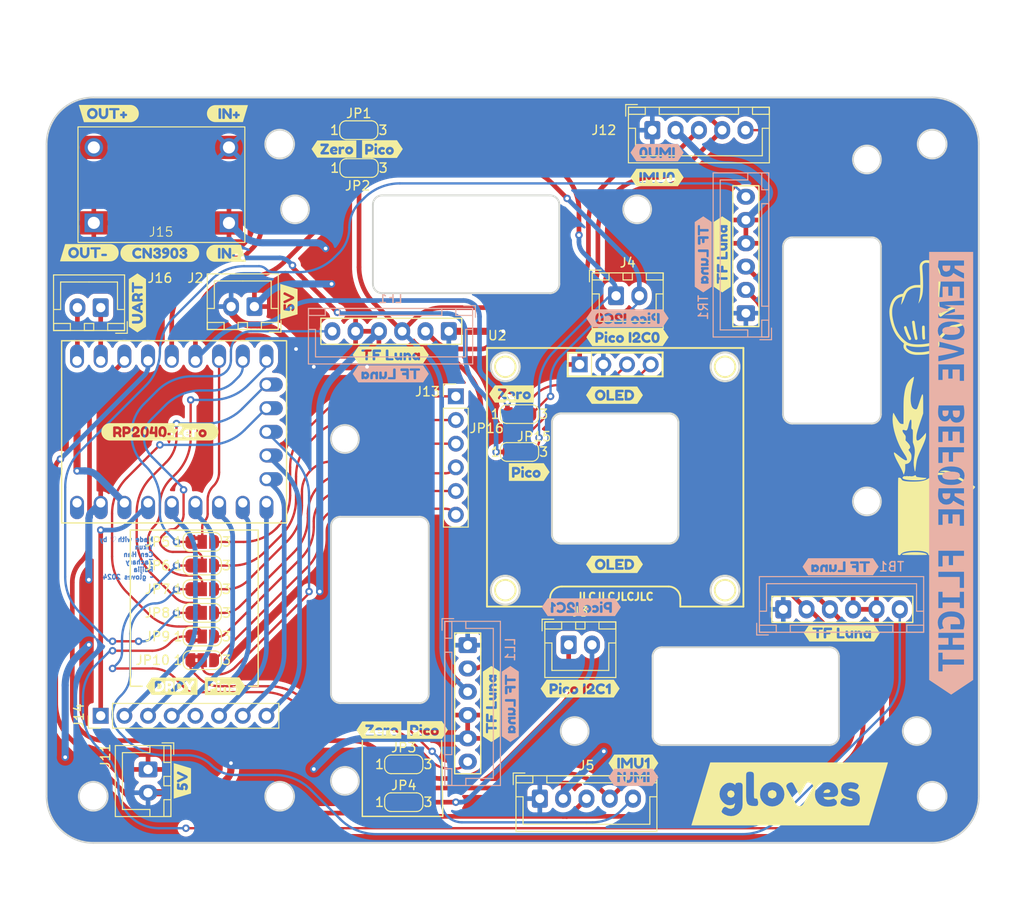
<source format=kicad_pcb>
(kicad_pcb (version 20240108) (generator "pcbnew") (generator_version "8.0")
  (layers (0 "F.Cu" signal) (31 "B.Cu" signal) (34 "B.Paste" user) (35 "F.Paste" user) (36 "B.SilkS" user "B.Silkscreen") (37 "F.SilkS" user "F.Silkscreen") (38 "B.Mask" user) (39 "F.Mask" user) (44 "Edge.Cuts" user))
  (net 0 "")
  (net 1 "+5V")
  (net 2 "IMU1_SDA")
  (net 3 "IMU1_SCL")
  (net 4 "GND")
  (net 5 "LIDAR_B_DRDY")
  (net 6 "PICO_SDA1")
  (net 7 "PICO_SCL1")
  (net 8 "PICO_SDA0")
  (net 9 "PICO_SCL0")
  (net 10 "IMU1_DRDY")
  (net 11 "IMU0_SDA")
  (net 12 "IMU0_SCL")
  (net 13 "LIDAR_L_DRDY")
  (net 14 "LIDAR_F_DRDY")
  (net 15 "LIDAR_R_DRDY")
  (net 16 "OLED_SCL")
  (net 17 "OLED_SDA")
  (net 18 "IMU0_DRDY")
  (net 19 "Net-(J13-Pin_1)")
  (net 20 "Net-(J13-Pin_2)")
  (net 21 "Net-(J13-Pin_3)")
  (net 22 "Net-(J13-Pin_4)")
  (net 23 "Net-(J13-Pin_5)")
  (net 24 "Net-(J13-Pin_6)")
  (net 25 "Net-(J14-Pin_1)")
  (net 26 "Net-(J14-Pin_2)")
  (net 27 "Net-(J14-Pin_3)")
  (net 28 "Net-(J14-Pin_4)")
  (net 29 "Net-(J14-Pin_5)")
  (net 30 "Net-(J14-Pin_6)")
  (net 31 "Net-(J14-Pin_7)")
  (net 32 "Net-(J14-Pin_8)")
  (net 33 "+3.3V")
  (net 34 "ZERO_RX0_PICO_TX")
  (net 35 "ZERO_TX0_PICO_RX")
  (net 36 "ZERO_SDA0")
  (net 37 "ZERO_SCL0")
  (net 38 "ZERO_SDA1")
  (net 39 "ZERO_SCL1")
  (net 40 "Net-(JP5-C)")
  (net 41 "Net-(JP6-C)")
  (net 42 "Net-(JP7-C)")
  (net 43 "Net-(JP8-C)")
  (net 44 "Net-(JP9-C)")
  (net 45 "Net-(JP10-C)")
  (footprint "kibuzzard-65B88CBD" (layer "F.Cu") (at 107.315 85.725)
    (property "Reference" "kibuzzard-65B88CBD" (hide yes))
    (property "Value" "G***" (hide yes))
  )
  (footprint "kibuzzard-65B88AB7" (layer "F.Cu") (at 107.95 131.445)
    (property "Reference" "kibuzzard-65B88AB7" (hide yes))
    (property "Value" "G***" (hide yes))
  )
  (footprint "Connector_PinHeader_2.54mm:PinHeader_1x06_P2.54mm_Vertical" (layer "F.Cu") (at 88.9 92.075)
    (property "Reference" "J13")
    (property "Value" "Conn_01x06_Pin")
  )
  (footprint "Jumper:SolderJumper-3_P1.3mm_Bridged2Bar12_RoundedPad1.0x1.5mm_NumberLabels" (layer "F.Cu") (at 95.728 98.044)
    (property "Reference" "JP15")
    (property "Value" "SolderJumper_3_Bridged12")
  )
  (footprint "Jumper:SolderJumper-3_P1.3mm_Bridged2Bar12_RoundedPad1.0x1.5mm_NumberLabels" (layer "F.Cu") (at 61.692 107.696)
    (property "Reference" "JP5")
    (property "Value" "DRDY_SJumper")
  )
  (footprint "kibuzzard-65B88A26" (layer "F.Cu") (at 64.135 123.19)
    (property "Reference" "kibuzzard-65B88A26" (hide yes))
    (property "Value" "G***" (hide yes))
  )
  (footprint "kibuzzard-65B88EA6" (layer "F.Cu") (at 124.714 134.747)
    (property "Reference" "kibuzzard-65B88EA6" (hide yes))
    (property "Value" "G***" (hide yes))
  )
  (footprint "kibuzzard-65B88AD7" (layer "F.Cu") (at 57.15 95.885)
    (property "Reference" "kibuzzard-65B88AD7" (hide yes))
    (property "Value" "G***" (hide yes))
  )
  (footprint "kibuzzard-65B88C1A" (layer "F.Cu") (at 85.852 127.889)
    (property "Reference" "kibuzzard-65B88C1A" (hide yes))
    (property "Value" "G***" (hide yes))
  )
  (footprint "kibuzzard-65B88D4B" (layer "F.Cu") (at 81.915 87.63)
    (property "Reference" "kibuzzard-65B88D4B" (hide yes))
    (property "Value" "G***" (hide yes))
  )
  (footprint "kibuzzard-65B88B83" (layer "F.Cu") (at 70.993 81.915 90)
    (property "Reference" "kibuzzard-65B88B83" (hide yes))
    (property "Value" "G***" (hide yes))
  )
  (footprint "kibuzzard-65B88CCD" (layer "F.Cu") (at 102.235 123.444)
    (property "Reference" "kibuzzard-65B88CCD" (hide yes))
    (property "Value" "G***" (hide yes))
  )
  (footprint "RCJ-components:CN3903" (layer "F.Cu") (at 64.561732 73.464423 180)
    (property "Reference" "J15")
    (property "Value" "CN3903")
  )
  (footprint "Jumper:SolderJumper-3_P1.3mm_Bridged2Bar12_RoundedPad1.0x1.5mm_NumberLabels" (layer "F.Cu") (at 78.486 63.5)
    (property "Reference" "JP1")
    (property "Value" "SolderJumper_3_Bridged12")
  )
  (footprint "kibuzzard-65B88B83" (layer "F.Cu") (at 59.563 133.35 90)
    (property "Reference" "kibuzzard-65B88B83" (hide yes))
    (property "Value" "G***" (hide yes))
  )
  (footprint "Connector_JST:JST_XH_B2B-XH-A_1x02_P2.50mm_Vertical" (layer "F.Cu") (at 101.005 118.745)
    (property "Reference" "J3")
    (property "Value" "Pico-I2C1")
  )
  (footprint "Jumper:SolderJumper-3_P1.3mm_Bridged2Bar12_RoundedPad1.0x1.5mm_NumberLabels" (layer "F.Cu") (at 83.312 135.636)
    (property "Reference" "JP4")
    (property "Value" "SolderJumper_3_Bridged12")
  )
  (footprint "kibuzzard-65B88D4B" (layer "F.Cu") (at 130.302 117.475)
    (property "Reference" "kibuzzard-65B88D4B" (hide yes))
    (property "Value" "G***" (hide yes))
  )
  (footprint "kibuzzard-65B88C1A" (layer "F.Cu") (at 96.774 100.203)
    (property "Reference" "kibuzzard-65B88C1A" (hide yes))
    (property "Value" "G***" (hide yes))
  )
  (footprint "Jumper:SolderJumper-3_P1.3mm_Bridged2Bar12_RoundedPad1.0x1.5mm_NumberLabels" (layer "F.Cu") (at 61.692 120.396)
    (property "Reference" "JP10")
    (property "Value" "DRDY_SJumper")
  )
  (footprint "Jumper:SolderJumper-3_P1.3mm_Bridged2Bar12_RoundedPad1.0x1.5mm_NumberLabels" (layer "F.Cu") (at 78.516 67.564)
    (property "Reference" "JP2")
    (property "Value" "SolderJumper_3_Bridged12")
  )
  (footprint "Jumper:SolderJumper-3_P1.3mm_Bridged2Bar12_RoundedPad1.0x1.5mm_NumberLabels" (layer "F.Cu") (at 61.692 110.236)
    (property "Reference" "JP6")
    (property "Value" "DRDY_SJumper")
  )
  (footprint "kibuzzard-65B88C0A" (layer "F.Cu") (at 80.645 127.889)
    (property "Reference" "kibuzzard-65B88C0A" (hide yes))
    (property "Value" "G***" (hide yes))
  )
  (footprint "kibuzzard-65B88A19" (layer "F.Cu") (at 58.42 123.19)
    (property "Reference" "kibuzzard-65B88A19" (hide yes))
    (property "Value" "G***" (hide yes))
  )
  (footprint "Connector_JST:JST_XH_B2B-XH-A_1x02_P2.50mm_Vertical" (layer "F.Cu") (at 106.085 81.28)
    (property "Reference" "J4")
    (property "Value" "Pico-I2C2")
  )
  (footprint "Connector_JST:JST_XH_B5B-XH-A_1x05_P2.50mm_Vertical" (layer "F.Cu") (at 97.91 135.255)
    (property "Reference" "J5")
    (property "Value" "IMU1")
  )
  (footprint "kibuzzard-65B88E1E" (layer "F.Cu") (at 105.918 91.948)
    (property "Reference" "kibuzzard-65B88E1E" (hide yes))
    (property "Value" "G***" (hide yes))
  )
  (footprint "kibuzzard-65B88C0A" (layer "F.Cu") (at 75.819 65.532)
    (property "Reference" "kibuzzard-65B88C0A" (hide yes))
    (property "Value" "G***" (hide yes))
  )
  (footprint "Connector_JST:JST_XH_B5B-XH-A_1x05_P2.50mm_Vertical" (layer "F.Cu") (at 109.975 63.5)
    (property "Reference" "J12")
    (property "Value" "IMU0")
  )
  (footprint "Connector_JST:JST_XH_B2B-XH-A_1x02_P2.50mm_Vertical" (layer "F.Cu") (at 55.88 132.12 -90)
    (property "Reference" "J11")
    (property "Value" "5V")
  )
  (footprint "Connector_JST:JST_XH_B2B-XH-A_1x02_P2.50mm_Vertical" (layer "F.Cu") (at 67.29 82.44 180)
    (property "Reference" "J2")
    (property "Value" "5V")
  )
  (footprint "Connector_JST:JST_XH_B2B-XH-A_1x02_P2.50mm_Vertical" (layer "F.Cu") (at 50.8 82.55 180)
    (property "Reference" "J16")
    (property "Value" "Top_UART-JST-XH-1x02")
  )
  (footprint "Jumper:SolderJumper-3_P1.3mm_Bridged2Bar12_RoundedPad1.0x1.5mm_NumberLabels" (layer "F.Cu") (at 95.728 93.98)
    (property "Reference" "JP16")
    (property "Value" "SolderJumper_3_Bridged12")
  )
  (footprint "kibuzzard-65B88E1E" (layer "F.Cu") (at 105.918 110.109)
    (property "Reference" "kibuzzard-65B88E1E" (hide yes))
    (property "Value" "G***" (hide yes))
  )
  (footprint "kibuzzard-65B88B43" (layer "F.Cu") (at 54.737 82.042 90)
    (property "Reference" "kibuzzard-65B88B43" (hide yes))
    (property "Value" "G***" (hide yes))
  )
  (footprint "kibuzzard-65B88C0A" (layer "F.Cu") (at 94.869 91.821)
    (property "Reference" "kibuzzard-65B88C0A" (hide yes))
    (property "Value" "G***" (hide yes))
  )
  (footprint "Jumper:SolderJumper-3_P1.3mm_Bridged2Bar12_RoundedPad1.0x1.5mm_NumberLabels" (layer "F.Cu") (at 61.692 115.316)
    (property "Reference" "JP8")
    (property "Value" "DRDY_SJumper")
  )
  (footprint "RCJ-components:rp2040-zero-tht-pads" (layer "F.Cu") (at 58.42 95.885 90)
    (property "Reference" "U1" (hide yes))
    (property "Value" "rp2040-zero" (hide yes))
  )
  (footprint "kibuzzard-65B88A9E" (layer "F.Cu") (at 110.49 68.58)
    (property "Reference" "kibuzzard-65B88A9E" (hide yes))
    (property "Value" "G***" (hide yes))
  )
  (footprint "Jumper:SolderJumper-3_P1.3mm_Bridged2Bar12_RoundedPad1.0x1.5mm_NumberLabels" (layer "F.Cu") (at 61.692 112.776)
    (property "Reference" "JP7")
    (property "Value" "DRDY_SJumper")
  )
  (footprint "RCJ-components:mickey-gloves-10" (layer "F.Cu") (at 139.7508 83.0072)
    (property "Reference" "G***" (hide yes))
    (property "Value" "LOGO" (hide yes))
  )
  (footprint "Jumper:SolderJumper-3_P1.3mm_Bridged2Bar12_RoundedPad1.0x1.5mm_NumberLabels" (layer "F.Cu") (at 83.312 131.572)
    (property "Reference" "JP3")
    (property "Value" "SolderJumper_3_Bridged12")
  )
  (footprint "Connector_PinHeader_2.54mm:PinHeader_1x08_P2.54mm_Vertical" (layer "F.Cu") (at 50.8 126.365 90)
    (property "Reference" "J14")
    (property "Value" "Conn_01x08_Pin")
  )
  (footprint "kibuzzard-65B88C1A" (layer "F.Cu") (at 81.026 65.532)
    (property "Reference" "kibuzzard-65B88C1A" (hide yes))
    (property "Value" "G***" (hide yes))
  )
  (footprint "kibuzzard-65B88D4B" (layer "F.Cu") (at 92.71 125.095 90)
    (property "Reference" "kibuzzard-65B88D4B" (hide yes))
    (property "Value" "G***" (hide yes))
  )
  (footprint "Connector_PinHeader_2.54mm:PinHeader_1x04_P2.54mm_Vertical" (layer "F.Cu") (at 102.1842 88.646 90)
    (property "Reference" "U2")
    (property "Value" "OLED")
  )
  (footprint "Jumper:SolderJumper-3_P1.3mm_Bridged2Bar12_RoundedPad1.0x1.5mm_NumberLabels" (layer "F.Cu") (at 61.692 117.856)
    (property "Reference" "JP9")
    (property "Value" "DRDY_SJumper")
  )
  (footprint "kibuzzard-65B88D4B" (layer "F.Cu") (at 117.475 76.835 90)
    (property "Reference" "kibuzzard-65B88D4B" (hide yes))
    (property "Value" "G***" (hide yes))
  )
  (footprint "RCJ-components:lipofire-20h" (layer "F.Cu") (at 139.446 99.949)
    (property "Reference" "G***" (hide yes))
    (property "Value" "LOGO" (hide yes))
  )
  (footprint "kibuzzard-65B88CCD" (layer "B.Cu") (at 102.362 114.7064 180)
    (property "Reference" "kibuzzard-65B88CCD" (hide yes))
    (property "Value" "G***" (hide yes))
  )
  (footprint "kibuzzard-65B88A9E" (layer "B.Cu") (at 110.49 65.913 180)
    (property "Reference" "kibuzzard-65B88A9E" (hide yes))
    (property "Value" "G***" (hide yes))
  )
  (footprint "kibuzzard-65B88D4B" (layer "B.Cu") (at 115.443 76.835 -90)
    (property "Reference" "kibuzzard-65B88D4B" (hide yes))
    (property "Value" "G***" (hide yes))
  )
  (footprint "Connector_JST:JST_XH_B6B-XH-A_1x06_P2.50mm_Vertical" (layer "B.Cu") (at 120.015 83.145 90)
    (property "Reference" "TR1")
    (property "Value" "TF-Luna Right")
  )
  (footprint "kibuzzard-65B88AB7" (layer "B.Cu") (at 107.95 132.969 180)
    (property "Reference" "kibuzzard-65B88AB7" (hide yes))
    (property "Value" "G***" (hide yes))
  )
  (footprint "kibuzzard-65B8A084" (layer "B.Cu") (at 142.0368 100.33 -90)
    (property "Reference" "kibuzzard-65B8A084" (hide yes))
    (property "Value" "G***" (hide yes))
  )
  (footprint "Connector_JST:JST_XH_B6B-XH-A_1x06_P2.50mm_Vertical" (layer "B.Cu") (at 90.17 118.785 -90)
    (property "Reference" "LL1")
    (property "Value" "TF-Luna Left")
  )
  (footprint "kibuzzard-65B88D4B" (layer "B.Cu") (at 94.742 125.095 -90)
    (property "Reference" "kibuzzard-65B88D4B" (hide yes))
    (property "Value" "G***" (hide yes))
  )
  (footprint "kibuzzard-65B88D4B" (layer "B.Cu") (at 130.175 110.363 180)
    (property "Reference" "kibuzzard-65B88D4B" (hide yes))
    (property "Value" "G***" (hide yes))
  )
  (footprint "Connector_JST:JST_XH_B6B-XH-A_1x06_P2.50mm_Vertical" (layer "B.Cu") (at 124.025 114.935)
    (property "Reference" "TB1")
    (property "Value" "TF-Luna Back")
  )
  (footprint "Connector_JST:JST_XH_B6B-XH-A_1x06_P2.50mm_Vertical" (layer "B.Cu") (at 88.145 85.09 180)
    (property "Reference" "LF1")
    (property "Value" "TF-Luna Front")
  )
  (footprint "kibuzzard-65B88D4B" (layer "B.Cu") (at 81.915 89.662 180)
    (property "Reference" "kibuzzard-65B88D4B" (hide yes))
    (property "Value" "G***" (hide yes))
  )
  (footprint "kibuzzard-65B88CBD" (layer "B.Cu") (at 107.315 83.693 180)
    (property "Reference" "kibuzzard-65B88CBD" (hide yes))
    (property "Value" "G***" (hide yes))
  )
  (gr_line (start 111.78 93.9) (end 100.208 93.9) (stroke (width 0.2)) (layer "F.SilkS"))
  (gr_line (start 111.073962 87.389125) (end 100.913962 87.389125) (stroke (width 0.2)) (layer "F.SilkS"))
  (gr_line (start 67.691 123.19) (end 66.675 123.19) (stroke (width 0.15)) (layer "F.SilkS"))
  (gr_circle (center 102.183962 88.659125) (end 101.853762 88.659125) (stroke (width 0.2)) (fill none) (layer "F.SilkS"))
  (gr_line (start 99.008962 114.643325) (end 99.008962 113.754325) (stroke (width 0.2)) (layer "F.SilkS"))
  (gr_line (start 78.867 129.032) (end 78.867 137.16) (stroke (width 0.15)) (layer "F.SilkS"))
  (gr_line (start 87.249 137.16) (end 87.503 137.16) (stroke (width 0.15)) (layer "F.SilkS"))
  (gr_rect (start 46.609 86.106) (end 70.739 105.664) (stroke (width 0.15)) (fill none) (layer "F.SilkS"))
  (gr_line (start 92.239862 86.881125) (end 92.239862 114.643325) (stroke (width 0.2)) (layer "F.SilkS"))
  (gr_line (start 100.208 107.878) (end 111.78 107.878) (stroke (width 0.2)) (layer "F.SilkS"))
  (gr_circle (center 117.779562 112.878025) (end 116.674662 112.878025) (stroke (width 0.2)) (fill none) (layer "F.SilkS"))
  (gr_line (start 111.073962 88.059125) (end 111.073962 87.389125) (stroke (width 0.2)) (layer "F.SilkS"))
  (gr_line (start 87.503 137.16) (end 87.376 129.032) (stroke (width 0.15)) (layer "F.SilkS"))
  (gr_circle (center 94.208362 88.900425) (end 93.103462 88.900425) (stroke (width 0.2)) (fill none) (layer "F.SilkS"))
  (gr_circle (center 94.208362 112.878025) (end 93.103462 112.878025) (stroke (width 0.2)) (fill none) (layer "F.SilkS"))
  (gr_arc (start 100.208 107.878) (mid 99.500893 107.585107) (end 99.208 106.878) (stroke (width 0.2)) (layer "F.SilkS"))
  (gr_circle (center 94.208 112.878) (end 92.658 112.878) (stroke (width 0.2)) (fill none) (layer "F.SilkS"))
  (gr_line (start 53.975 106.426) (end 67.691 106.426) (stroke (width 0.15)) (layer "F.SilkS"))
  (gr_circle (center 117.78 112.878) (end 116.23 112.878) (stroke (width 0.2)) (fill none) (layer "F.SilkS"))
  (gr_line (start 100.278962 112.484325) (end 111.708962 112.484325) (stroke (width 0.2)) (layer "F.SilkS"))
  (gr_arc (start 99.208 94.9) (mid 99.500893 94.192893) (end 100.208 93.9) (stroke (width 0.2)) (layer "F.SilkS"))
  (gr_rect (start 118.618 69.469) (end 121.412 84.582) (stroke (width 0.15)) (fill none) (layer "F.SilkS"))
  (gr_line (start 111.073962 89.259125) (end 111.073962 88.059125) (stroke (width 0.2)) (layer "F.SilkS"))
  (gr_line (start 112.78 106.878) (end 112.78 94.9) (stroke (width 0.2)) (layer "F.SilkS"))
  (gr_line (start 100.913962 89.929125) (end 111.073962 89.929125) (stroke (width 0.2)) (layer "F.SilkS"))
  (gr_line (start 111.073962 89.929125) (end 111.073962 89.259125) (stroke (width 0.2)) (layer "F.SilkS"))
  (gr_line (start 100.913962 87.389125) (end 100.913962 88.059125) (stroke (width 0.2)) (layer "F.SilkS"))
  (gr_line (start 55.245 123.19) (end 53.975 123.19) (stroke (width 0.15)) (layer "F.SilkS"))
  (gr_rect (start 74.422 83.693) (end 89.535 86.487) (stroke (width 0.15)) (fill none) (layer "F.SilkS"))
  (gr_line (start 119.748062 86.881125) (end 92.239862 86.881125) (stroke (width 0.2)) (layer "F.SilkS"))
  (gr_circle (center 94.208 88.9) (end 92.658 88.9) (stroke (width 0.2)) (fill none) (layer "F.SilkS"))
  (gr_circle (center 117.78 88.9) (end 116.23 88.9) (stroke (width 0.2)) (fill none) (layer "F.SilkS"))
  (gr_line (start 112.978962 113.754325) (end 112.978962 114.643325) (stroke (width 0.2)) (layer "F.SilkS"))
  (gr_arc (start 112.78 106.878) (mid 112.487107 107.585107) (end 111.78 107.878) (stroke (width 0.2)) (layer "F.SilkS"))
  (gr_line (start 119.748062 114.643325) (end 119.748062 86.881125) (stroke (width 0.2)) (layer "F.SilkS"))
  (gr_line (start 100.913962 89.259125) (end 100.913962 89.929125) (stroke (width 0.2)) (layer "F.SilkS"))
  (gr_circle (center 117.779562 88.900425) (end 116.674662 88.900425) (stroke (width 0.2)) (fill none) (layer "F.SilkS"))
  (gr_rect (start 88.773 117.475) (end 91.567 132.588) (stroke (width 0.15)) (fill none) (layer "F.SilkS"))
  (gr_circle (center 109.803962 88.659125) (end 109.473762 88.659125) (stroke (width 0.2)) (fill none) (layer "F.SilkS"))
  (gr_arc (start 111.708962 112.484325) (mid 112.607003 112.856287) (end 112.978962 113.754325) (stroke (width 0.2)) (layer "F.SilkS"))
  (gr_line (start 100.913962 88.059125) (end 100.913962 89.259125) (stroke (width 0.2)) (layer "F.SilkS"))
  (gr_circle (center 104.723962 88.659125) (end 104.393762 88.659125) (stroke (width 0.2)) (fill none) (layer "F.SilkS"))
  (gr_line (start 92.239862 114.643325) (end 99.008962 114.643325) (stroke (width 0.2)) (layer "F.SilkS"))
  (gr_line (start 99.208 94.9) (end 99.208 106.878) (stroke (width 0.2)) (layer "F.SilkS"))
  (gr_circle (center 107.263962 88.659125) (end 106.933762 88.659125) (stroke (width 0.2)) (fill none) (layer "F.SilkS"))
  (gr_arc (start 99.008962 113.754325) (mid 99.380925 112.85627) (end 100.278962 112.484325) (stroke (width 0.2)) (layer "F.SilkS"))
  (gr_line (start 112.978962 114.643325) (end 119.748062 114.643325) (stroke (width 0.2)) (layer "F.SilkS"))
  (gr_line (start 53.975 123.19) (end 53.975 106.426) (stroke (width 0.15)) (layer "F.SilkS"))
  (gr_arc (start 111.78 93.9) (mid 112.487107 94.192893) (end 112.78 94.9) (stroke (width 0.2)) (layer "F.SilkS"))
  (gr_line (start 67.691 106.426) (end 67.691 123.19) (stroke (width 0.15)) (layer "F.SilkS"))
  (gr_line (start 78.867 137.16) (end 87.249 137.16) (stroke (width 0.15)) (layer "F.SilkS"))
  (gr_rect (start 122.809 113.538) (end 137.922 116.332) (stroke (width 0.15)) (fill none) (layer "F.SilkS"))
  (gr_circle (center 117.776 88.901) (end 119.326 88.901) (stroke (width 0.2)) (fill none) (layer "Edge.Cuts"))
  (gr_line (start 100.204 93.901) (end 111.776 93.901) (stroke (width 0.2)) (layer "Edge.Cuts"))
  (gr_circle (center 50 135) (end 51.55 135) (stroke (width 0.2)) (fill none) (layer "Edge.Cuts"))
  (gr_arc (start 133.5 75) (mid 134.207107 75.292893) (end 134.5 76) (stroke (width 0.2)) (layer "Edge.Cuts"))
  (gr_circle (center 133 103.35) (end 134.5 103.35) (stroke (width 0.2)) (fill none) (layer "Edge.Cuts"))
  (gr_circle (center 77 96.65) (end 78.5 96.65) (stroke (width 0.2)) (fill none) (layer "Edge.Cuts"))
  (gr_line (start 110 128.5) (end 110 120) (stroke (width 0.2)) (layer "Edge.Cuts"))
  (gr_arc (start 45 65) (mid 46.464466 61.464466) (end 50 60) (stroke (width 0.2)) (layer "Edge.Cuts"))
  (gr_line (start 134.5 76) (end 134.5 94) (stroke (width 0.2)) (layer "Edge.Cuts"))
  (gr_arc (start 124 76) (mid 124.292893 75.292893) (end 125 75) (stroke (width 0.2)) (layer "Edge.Cuts"))
  (gr_line (start 145 135) (end 145 65) (stroke (width 0.2)) (layer "Edge.Cuts"))
  (gr_arc (start 86 124) (mid 85.707107 124.707107) (end 85 125) (stroke (width 0.2)) (layer "Edge.Cuts"))
  (gr_arc (start 129 119) (mid 129.707107 119.292893) (end 130 120) (stroke (width 0.2)) (layer "Edge.Cuts"))
  (gr_line (start 99.204 106.879) (end 99.204 94.901) (stroke (width 0.2)) (layer "Edge.Cuts"))
  (gr_arc (start 111 129.5) (mid 110.292893 129.207107) (end 110 128.5) (stroke (width 0.2)) (layer "Edge.Cuts"))
  (gr_circle (center 94.204 88.901) (end 95.754 88.901) (stroke (width 0.2)) (fill none) (layer "Edge.Cuts"))
  (gr_line (start 124 94) (end 124 76) (stroke (width 0.2)) (layer "Edge.Cuts"))
  (gr_line (start 125 75) (end 133.5 75) (stroke (width 0.2)) (layer "Edge.Cuts"))
  (gr_line (start 75.5 124) (end 75.5 106) (stroke (width 0.2)) (layer "Edge.Cuts"))
  (gr_line (start 112.776 94.901) (end 112.776 106.879) (stroke (width 0.2)) (layer "Edge.Cuts"))
  (gr_line (start 99 81) (end 81 81) (stroke (width 0.2)) (layer "Edge.Cuts"))
  (gr_arc (start 81 81) (mid 80.292893 80.707107) (end 80 80) (stroke (width 0.2)) (layer "Edge.Cuts"))
  (gr_circle (center 108.35 72) (end 109.85 72) (stroke (width 0.2)) (fill none) (layer "Edge.Cuts"))
  (gr_line (start 133.5 95) (end 125 95) (stroke (width 0.2)) (layer "Edge.Cuts"))
  (gr_arc (start 76.5 125) (mid 75.792893 124.707107) (end 75.5 124) (stroke (width 0.2)) (layer "Edge.Cuts"))
  (gr_circle (center 101.65 128) (end 103.15 128) (stroke (width 0.2)) (fill none) (layer "Edge.Cuts"))
  (gr_line (start 81 70.5) (end 99 70.5) (stroke (width 0.2)) (layer "Edge.Cuts"))
  (gr_arc (start 110 120) (mid 110.292893 119.292893) (end 111 119) (stroke (width 0.2)) (layer "Edge.Cuts"))
  (gr_arc (start 111.776 93.901) (mid 112.483107 94.193893) (end 112.776 94.901) (stroke (width 0.2)) (layer "Edge.Cuts"))
  (gr_arc (start 134.5 94) (mid 134.207107 94.707107) (end 133.5 95) (stroke (width 0.2)) (layer "Edge.Cuts"))
  (gr_circle (center 140 135) (end 141.55 135) (stroke (width 0.2)) (fill none) (layer "Edge.Cuts"))
  (gr_arc (start 99 70.5) (mid 99.707107 70.792893) (end 100 71.5) (stroke (width 0.2)) (layer "Edge.Cuts"))
  (gr_line (start 80 80) (end 80 71.5) (stroke (width 0.2)) (layer "Edge.Cuts"))
  (gr_circle (center 70 65) (end 71.55 65) (stroke (width 0.2)) (fill none) (layer "Edge.Cuts"))
  (gr_arc (start 99.204 94.901) (mid 99.496893 94.193893) (end 100.204 93.901) (stroke (width 0.2)) (layer "Edge.Cuts"))
  (gr_circle (center 70 135) (end 71.55 135) (stroke (width 0.2)) (fill none) (layer "Edge.Cuts"))
  (gr_arc (start 125 95) (mid 124.292893 94.707107) (end 124 94) (stroke (width 0.2)) (layer "Edge.Cuts"))
  (gr_circle (center 140 65) (end 141.55 65) (stroke (width 0.2)) (fill none) (layer "Edge.Cuts"))
  (gr_arc (start 140 60) (mid 143.535534 61.464466) (end 145 65) (stroke (width 0.2)) (layer "Edge.Cuts"))
  (gr_arc (start 100 80) (mid 99.707107 80.707107) (end 99 81) (stroke (width 0.2)) (layer "Edge.Cuts"))
  (gr_arc (start 145 135) (mid 143.535534 138.535534) (end 140 140) (stroke (width 0.2)) (layer "Edge.Cuts"))
  (gr_circle (center 138.35 128) (end 139.85 128) (stroke (width 0.2)) (fill none) (layer "Edge.Cuts"))
  (gr_circle (center 117.776 112.879) (end 119.326 112.879) (stroke (width 0.2)) (fill none) (layer "Edge.Cuts"))
  (gr_circle (center 133 66.65) (end 134.5 66.65) (stroke (width 0.2)) (fill none) (layer "Edge.Cuts"))
  (gr_line (start 100 71.5) (end 100 80) (stroke (width 0.2)) (layer "Edge.Cuts"))
  (gr_arc (start 130 128.5) (mid 129.707107 129.207107) (end 129 129.5) (stroke (width 0.2)) (layer "Edge.Cuts"))
  (gr_line (start 45 65) (end 45 135) (stroke (width 0.2)) (layer "Edge.Cuts"))
  (gr_circle (center 77 133.35) (end 78.5 133.35) (stroke (width 0.2)) (fill none) (layer "Edge.Cuts"))
  (gr_line (start 50 140) (end 140 140) (stroke (width 0.2)) (layer "Edge.Cuts"))
  (gr_line (start 111 119) (end 129 119) (stroke (width 0.2)) (layer "Edge.Cuts"))
  (gr_line (start 140 60) (end 50 60) (stroke (width 0.2)) (layer "Edge.Cuts"))
  (gr_arc (start 50 140) (mid 46.464466 138.535534) (end 45 135) (stroke (width 0.2)) (layer "Edge.Cuts"))
  (gr_arc (start 85 105) (mid 85.707107 105.292893) (end 86 106) (stroke (width 0.2)) (layer "Edge.Cuts"))
  (gr_arc (start 80 71.5) (mid 80.292893 70.792893) (end 81 70.5) (stroke (width 0.2)) (layer "Edge.Cuts"))
  (gr_line (start 129 129.5) (end 111 129.5) (stroke (width 0.2)) (layer "Edge.Cuts"))
  (gr_arc (start 75.5 106) (mid 75.792893 105.292893) (end 76.5 105) (stroke (width 0.2)) (layer "Edge.Cuts"))
  (gr_line (start 130 120) (end 130 128.5) (stroke (width 0.2)) (layer "Edge.Cuts"))
  (gr_arc (start 100.204 107.879) (mid 99.496893 107.586107) (end 99.204 106.879) (stroke (width 0.2)) (layer "Edge.Cuts"))
  (gr_circle (center 71.65 72) (end 73.15 72) (stroke (width 0.2)) (fill none) (layer "Edge.Cuts"))
  (gr_arc (start 112.776 106.879) (mid 112.483107 107.586107) (end 111.776 107.879) (stroke (width 0.2)) (layer "Edge.Cuts"))
  (gr_line (start 86 106) (end 86 124) (stroke (width 0.2)) (layer "Edge.Cuts"))
  (gr_circle (center 94.204 112.879) (end 95.754 112.879) (stroke (width 0.2)) (fill none) (layer "Edge.Cuts"))
  (gr_line (start 85 125) (end 76.5 125) (stroke (width 0.2)) (layer "Edge.Cuts"))
  (gr_line (start 76.5 105) (end 85 105) (stroke (width 0.2)) (layer "Edge.Cuts"))
  (gr_line (start 111.776 107.879) (end 100.204 107.879) (stroke (width 0.2)) (layer "Edge.Cuts"))
  (gr_text "Made with   by\nYikun\nCen Han\nZachary\nRuijia\n~ gloves 2024\n" (at 56.515 111.76 0) (layer "B.Cu") (effects (font (size 0.5 0.5) (thickness 0.125) (bold yes)) (justify left bottom mirror)))
  (gr_text "♡" (at 52.5272 107.823 0) (layer "B.Cu") (effects (font (size 0.6 0.6) (thickness 0.15) (bold yes)) (justify left bottom mirror)))
  (gr_text "JLCJLCJLCJLC" (at 101.727 114.046 0) (layer "F.SilkS") (effects (font (size 0.8 0.8) (thickness 0.2) (bold yes)) (justify left bottom)))
  (segment (start 73.66 88.9) (end 79.375 88.9) (width 0.76) (layer "F.Cu") (net 1))
  (segment (start 65.415 83.780362) (end 65.042918 83.40828) (width 0.76) (layer "F.Cu") (net 1))
  (segment (start 93.98 85.09) (end 88.145 85.09) (width 0.76) (layer "F.Cu") (net 1))
  (segment (start 61.517961 134.62) (end 55.88 134.62) (width 0.76) (layer "F.Cu") (net 1))
  (segment (start 64.79 82.797681) (end 64.79 82.44) (width 0.76) (layer "F.Cu") (net 1))
  (segment (start 66.923883 84.405362) (end 67.602681 84.405362) (width 0.76) (layer "F.Cu") (net 1))
  (segment (start 71.755 86.995) (end 70.270344 85.510344) (width 0.76) (layer "F.Cu") (net 1))
  (segment (start 64.320987 133.164012) (end 63.8175 133.6675) (width 0.76) (layer "F.Cu") (net 1))
  (segment (start 64.77 131.445) (end 64.77 132.08) (width 0.76) (layer "F.Cu") (net 1))
  (via (at 73.66 88.9) (size 0.8) (drill 0.4) (layers "F.Cu" "B.Cu") (net 1))
  (via (at 93.98 85.09) (size 0.8) (drill 0.4) (layers "F.Cu" "B.Cu") (net 1))
  (via (at 64.77 131.445) (size 0.8) (drill 0.4) (layers "F.Cu" "B.Cu") (net 1))
  (via (at 71.755 86.995) (size 0.8) (drill 0.4) (layers "F.Cu" "B.Cu") (net 1))
  (via (at 79.375 88.9) (size 0.8) (drill 0.4) (layers "F.Cu" "B.Cu") (net 1))
  (arc (start 63.8175 133.6675) (mid 62.762462 134.372453) (end 61.517961 134.62) (width 0.76) (layer "F.Cu") (net 1))
  (arc (start 70.270344 85.510344) (mid 69.046409 84.692537) (end 67.602681 84.405362) (width 0.76) (layer "F.Cu") (net 1))
  (arc (start 65.415 83.780362) (mid 66.107281 84.242929) (end 66.923883 84.405362) (width 0.76) (layer "F.Cu") (net 1))
  (arc (start 64.79 82.797681) (mid 64.855731 83.128134) (end 65.042918 83.40828) (width 0.76) (layer "F.Cu") (net 1))
  (arc (start 64.77 132.08) (mid 64.653305 132.666663) (end 64.320987 133.164012) (width 0.76) (layer "F.Cu") (net 1))
  (segment (start 126.778036 133.096) (end 109.095643 133.096) (width 0.5) (layer "F.Cu") (net 2))
  (segment (start 84.263802 133.160198) (end 83.536999 132.433395) (width 0.5) (layer "F.Cu") (net 2))
  (segment (start 126.932419 115.041419) (end 130.994207 119.103207) (width 0.5) (layer "F.Cu") (net 2))
  (segment (start 100.857146 132.588) (end 97.59763 132.588) (width 0.5) (layer "F.Cu") (net 2))
  (segment (start 83.312 131.890198) (end 83.312 131.572) (width 0.5) (layer "F.Cu") (net 2))
  (segment (start 86.561655 134.112) (end 93.918369 134.112) (width 0.5) (layer "F.Cu") (net 2))
  (segment (start 132.588 127.286036) (end 132.588 122.950963) (width 0.5) (layer "F.Cu") (net 2))
  (segment (start 126.41858 114.82858) (end 123.513792 111.923792) (width 0.5) (layer "F.Cu") (net 2))
  (segment (start 106.4895 134.1755) (end 105.41 135.255) (width 0.5) (layer "F.Cu") (net 2))
  (segment (start 104.0765 133.9215) (end 105.41 135.255) (width 0.5) (layer "F.Cu") (net 2))
  (segment (start 130.994206 131.133792) (end 130.625792 131.502207) (width 0.5) (layer "F.Cu") (net 2))
  (segment (start 120.9675 81.5975) (end 120.015 80.645) (width 0.5) (layer "F.Cu") (net 2))
  (segment (start 121.92 83.897038) (end 121.92 108.076036) (width 0.5) (layer "F.Cu") (net 2))
  (arc (start 95.758 133.35) (mid 94.91397 133.913962) (end 93.918369 134.112) (width 0.5) (layer "F.Cu") (net 2))
  (arc (start 121.92 108.076036) (mid 122.334213 110.158426) (end 123.513792 111.923792) (width 0.5) (layer "F.Cu") (net 2))
  (arc (start 83.312 131.890198) (mid 83.370475 132.184174) (end 83.536999 132.433395) (width 0.5) (layer "F.Cu") (net 2))
  (arc (start 109.095643 133.096) (mid 107.685208 133.376552) (end 106.4895 134.1755) (width 0.5) (layer "F.Cu") (net 2))
  (arc (start 130.994207 119.103207) (mid 132.173786 120.868572) (end 132.588 122.950963) (width 0.5) (layer "F.Cu") (net 2))
  (arc (start 126.932419 115.041419) (mid 126.814543 114.962657) (end 126.6755 114.935) (width 0.5) (layer "F.Cu") (net 2))
  (arc (start 104.0765 133.9215) (mid 102.599447 132.934565) (end 100.857146 132.588) (width 0.5) (layer "F.Cu") (net 2))
  (arc (start 132.588 127.286036) (mid 132.173786 129.368426) (end 130.994206 131.133792) (width 0.5) (layer "F.Cu") (net 2))
  (arc (start 97.59763 132.588) (mid 96.602029 132.786037) (end 95.758 133.35) (width 0.5) (layer "F.Cu") (net 2))
  (arc (start 120.9675 81.5975) (mid 121.672453 82.652537) (end 121.92 83.897038) (width 0.5) (layer "F.Cu") (net 2))
  (arc (start 130.625792 131.502207) (mid 128.860426 132.681786) (end 126.778036 133.096) (width 0.5) (layer "F.Cu") (net 2))
  (arc (start 84.263802 133.160198) (mid 85.318065 133.864634) (end 86.561655 134.112) (width 0.5) (layer "F.Cu") (net 2))
  (arc (start 126.41858 114.82858) (mid 126.536456 114.907342) (end 126.6755 114.935) (width 0.5) (layer "F.Cu") (net 2))
  (segment (start 125.762036 137.16) (end 100.7945 137.16) (width 0.5) (layer "F.Cu") (net 3))
  (segment (start 100.3735 137.16) (end 100.7945 137.16) (width 0.5) (layer "F.Cu") (net 3))
  (segment (start 124.529792 110.439792) (end 129.025 114.935) (width 0.5) (layer "F.Cu") (net 3))
  (segment (start 100.7945 137.16) (end 100.3735 137.16) (width 0.5) (layer "F.Cu") (net 3))
  (segment (start 133.026207 118.936207) (end 129.025 114.935) (width 0.5) (layer "F.Cu") (net 3))
  (segment (start 101.153845 137.011154) (end 102.91 135.255) (width 0.5) (layer "F.Cu") (net 3))
  (segment (start 84.827234 137.16) (end 100.3735 137.16) (width 0.5) (layer "F.Cu") (net 3))
  (segment (start 83.755802 136.716198) (end 83.536999 136.497395) (width 0.5) (layer "F.Cu") (net 3))
  (segment (start 121.4755 79.6055) (end 120.015 78.145) (width 0.5) (layer "F.Cu") (net 3))
  (segment (start 122.936 106.592036) (end 122.936 83.131458) (width 0.5) (layer "F.Cu") (net 3))
  (segment (start 83.312 135.954198) (end 83.312 135.636) (width 0.5) (layer "F.Cu") (net 3))
  (segment (start 134.62 122.783963) (end 134.62 128.302036) (width 0.5) (layer "F.Cu") (net 3))
  (segment (start 129.609792 135.566207) (end 133.026207 132.149792) (width 0.5) (layer "F.Cu") (net 3))
  (arc (start 101.153845 137.011154) (mid 100.988976 137.121316) (end 100.7945 137.16) (width 0.5) (layer "F.Cu") (net 3))
  (arc (start 83.755802 136.716198) (mid 84.247379 137.044659) (end 84.827234 137.16) (width 0.5) (layer "F.Cu") (net 3))
  (arc (start 122.936 106.592036) (mid 123.350213 108.674426) (end 124.529792 110.439792) (width 0.5) (layer "F.Cu") (net 3))
  (arc (start 100.7945 137.16) (mid 100.7945 137.16) (end 100.7945 137.16) (width 0.5) (layer "F.Cu") (net 3))
  (arc (start 121.4755 79.6055) (mid 122.556428 81.223223) (end 122.936 83.131458) (width 0.5) (layer "F.Cu") (net 3))
  (arc (start 83.312 135.954198) (mid 83.370475 136.248174) (end 83.536999 136.497395) (width 0.5) (layer "F.Cu") (net 3))
  (arc (start 129.609792 135.566207) (mid 127.844426 136.745786) (end 125.762036 137.16) (width 0.5) (layer "F.Cu") (net 3))
  (arc (start 133.026207 118.936207) (mid 134.205786 120.701572) (end 134.62 122.783963) (width 0.5) (layer "F.Cu") (net 3))
  (arc (start 134.62 128.302036) (mid 134.205786 130.384426) (end 133.026207 132.149792) (width 0.5) (layer "F.Cu") (net 3))
  (segment (start 49.53 117.7925) (end 49.53 118.4275) (width 0.76) (layer "F.Cu") (net 4))
  (segment (start 49.53 117.7925) (end 49.53 111.76) (width 0.76) (layer "F.Cu") (net 4))
  (segment (start 49.53 118.745) (end 49.53 118.4275) (width 0.76) (layer "F.Cu") (net 4))
  (via (at 74.93 76.2) (size 0.8) (drill 0.4) (layers "F.Cu" "B.Cu") (net 4))
  (via (at 74.295 113.03) (size 0.8) (drill 0.4) (layers "F.Cu" "B.Cu") (net 4))
  (via (at 75.565 80.01) (size 0.8) (drill 0.4) (layers "F.Cu" "B.Cu") (net 4))
  (via (at 49.53 111.76) (size 0.8) (drill 0.4) (layers "F.Cu" "B.Cu") (net 4))
  (via (at 46.99 130.81) (size 0.8) (drill 0.4) (layers "F.Cu" "B.Cu") (net 4))
  (via (at 73.66 132.08) (size 0.8) (drill 0.4) (layers "F.Cu" "B.Cu") (net 4))
  (via (at 104.775 130.175) (size 0.8) (drill 0.4) (layers "F.Cu" "B.Cu") (net 4))
  (via (at 49.53 118.745) (size 0.8) (drill 0.4) (layers "F.Cu" "B.Cu") (net 4))
  (segment (start 75.888792 89.846207) (end 80.645 85.09) (width 0.76) (layer "B.Cu") (net 4))
  (segment (start 46.99 123.081051) (end 46.99 130.81) (width 0.76) (layer "B.Cu") (net 4))
  (segment (start 75.361207 130.378792) (end 73.66 132.08) (width 0.76) (layer "B.Cu") (net 4))
  (segment (start 74.295 113.03) (end 74.295 93.693963) (width 0.76) (layer "B.Cu") (net 4))
  (segment (start 74.93 76.2) (end 74.624581 75.894581) (width 0.76) (layer "B.Cu") (net 4))
  (segment (start 122.288067 70.871932) (end 120.015 73.145) (width 0.76) (layer "B.Cu") (net 4))
  (segment (start 118.08238 67.23) (end 118.07 67.23) (width 0.76) (layer "B.Cu") (net 4))
  (segment (start 68.188888 75.589162) (end 73.887234 75.589162) (width 0.76) (layer "B.Cu") (net 4))
  (segment (start 114.886245 65.911245) (end 112.475 63.5) (width 0.76) (layer "B.Cu") (net 4))
  (segment (start 122.288067 69.583067) (end 121.245 68.54) (width 0.76) (layer "B.Cu") (net 4))
  (segment (start 65.624101 74.526792) (end 64.561732 73.464423) (width 0.76) (layer "B.Cu") (net 4))
  (segment (start 79.208963 128.785) (end 90.17 128.785) (width 0.76) (layer "B.Cu") (net 4))
  (segment (start 104.775 130.175) (end 100.66279 134.287209) (width 0.76) (layer "B.Cu") (net 4))
  (segment (start 71.438269 80.01) (end 75.565 80.01) (width 0.76) (layer "B.Cu") (net 4))
  (segment (start 49.53 105.15833) (end 49.53 111.76) (width 0.76) (layer "B.Cu") (net 4))
  (segment (start 100.41 134.8975) (end 100.41 135.255) (width 0.76) (layer "B.Cu") (net 4))
  (segment (start 68.505 81.225) (end 67.29 82.44) (width 0.76) (layer "B.Cu") (net 4))
  (segment (start 48.26 120.015) (end 49.53 118.745) (width 0.76) (layer "B.Cu") (net 4))
  (segment (start 49.710527 104.594472) (end 50.8 103.505) (width 0.76) (layer "B.Cu") (net 4))
  (segment (start 49.59 104.885452) (end 49.59 105.013477) (width 0.76) (layer "B.Cu") (net 4))
  (arc (start 121.245 68.54) (mid 119.793977 67.570457) (end 118.08238 67.23) (width 0.76) (layer "B.Cu") (net 4))
  (arc (start 122.288067 69.583067) (mid 122.485626 69.878735) (end 122.555 70.2275) (width 0.76) (layer "B.Cu") (net 4))
  (arc (start 48.26 120.015) (mid 47.320062 121.421716) (end 46.99 123.081051) (width 0.76) (layer "B.Cu") (net 4))
  (arc (start 71.438269 80.01) (mid 69.850795 80.325768) (end 68.505 81.225) (width 0.76) (layer "B.Cu") (net 4))
  (arc (start 65.624101 74.526792) (mid 66.800835 75.313061) (end 68.188888 75.589162) (width 0.76) (layer "B.Cu") (net 4))
  (arc (start 49.59 105.013477) (mid 49.582203 105.052674) (end 49.56 105.085904) (width 0.76) (layer "B.Cu") (net 4))
  (arc (start 49.56 105.085904) (mid 49.537796 105.119133) (end 49.53 105.15833) (width 0.76) (layer "B.Cu") (net 4))
  (arc (start 114.886245 65.911245) (mid 116.346964 66.887266) (end 118.07 67.23) (width 0.76) (layer "B.Cu") (net 4))
  (arc (start 122.555 70.2275) (mid 122.485626 70.576264) (end 122.288067 70.871932) (width 0.76) (layer "B.Cu") (net 4))
  (arc (start 75.888792 89.846207) (mid 74.709213 91.611572) (end 74.295 93.693963) (width 0.76) (layer "B.Cu") (net 4))
  (arc (start 100.66279 134.287209) (mid 100.475697 134.567212) (end 100.41 134.8975) (width 0.76) (layer "B.Cu") (net 4))
  (arc (start 49.710527 104.594472) (mid 49.621323 104.727974) (end 49.59 104.885452) (width 0.76) (layer "B.Cu") (net 4))
  (arc (start 79.208963 128.785) (mid 77.126572 129.199213) (end 75.361207 130.378792) (width 0.76) (layer "B.Cu") (net 4))
  (arc (start 74.624581 75.894581) (mid 74.286283 75.668537) (end 73.887234 75.589162) (width 0.76) (layer "B.Cu") (net 4))
  (segment (start 58.928 112.776) (end 60.392 112.776) (width 0.25) (layer "F.Cu") (net 5))
  (via (at 58.928 112.776) (size 0.8) (drill 0.4) (layers "F.Cu" "B.Cu") (net 5))
  (segment (start 134.931207 126.053792) (end 123.513792 137.471207) (width 0.25) (layer "B.Cu") (net 5))
  (segment (start 53.022499 124.142499) (end 52.890394 124.274605) (width 0.25) (layer "B.Cu") (net 5))
  (segment (start 54.927499 115.252499) (end 55.341184 114.838815) (width 0.25) (layer "B.Cu") (net 5))
  (segment (start 69.501036 132.715) (end 65.21748 132.715) (width 0.25) (layer "B.Cu") (net 5))
  (segment (start 57.942815 113.761184) (end 58.928 112.776) (width 0.25) (layer "B.Cu") (net 5))
  (segment (start 76.511207 137.471207) (end 73.348792 134.308792) (width 0.25) (layer "B.Cu") (net 5))
  (segment (start 53.975 121.842961) (end 53.975 117.552038) (width 0.25) (layer "B.Cu") (net 5))
  (segment (start 57.494459 130.593) (end 60.094519 130.593) (width 0.25) (layer "B.Cu") (net 5))
  (segment (start 53.658787 129.004212) (end 52.890394 128.235819) (width 0.25) (layer "B.Cu") (net 5))
  (segment (start 80.358963 139.065) (end 119.666036 139.065) (width 0.25) (layer "B.Cu") (net 5))
  (segment (start 136.525 122.206036) (end 136.525 114.935) (width 0.25) (layer "B.Cu") (net 5))
  (arc (start 52.07 126.255212) (mid 52.283213 127.327108) (end 52.890394 128.235819) (width 0.25) (layer "B.Cu") (net 5))
  (arc (start 52.890394 124.274605) (mid 52.283213 125.183315) (end 52.07 126.255212) (width 0.25) (layer "B.Cu") (net 5))
  (arc (start 136.525 122.206036) (mid 136.110786 124.288426) (end 134.931207 126.053792) (width 0.25) (layer "B.Cu") (net 5))
  (arc (start 54.927499 115.252499) (mid 54.222546 116.307536) (end 53.975 117.552038) (width 0.25) (layer "B.Cu") (net 5))
  (arc (start 53.975 121.842961) (mid 53.727453 123.087462) (end 53.022499 124.142499) (width 0.25) (layer "B.Cu") (net 5))
  (arc (start 73.348792 134.308792) (mid 71.583426 133.129213) (end 69.501036 132.715) (width 0.25) (layer "B.Cu") (net 5))
  (arc (start 62.656 131.654) (mid 63.831217 132.439255) (end 65.21748 132.715) (width 0.25) (layer "B.Cu") (net 5))
  (arc (start 76.511207 137.471207) (mid 78.276572 138.650786) (end 80.358963 139.065) (width 0.25) (layer "B.Cu") (net 5))
  (arc (start 62.656 131.654) (mid 61.480782 130.868744) (end 60.094519 130.593) (width 0.25) (layer "B.Cu") (net 5))
  (arc (start 53.658787 129.004212) (mid 55.418608 130.180087) (end 57.494459 130.593) (width 0.25) (layer "B.Cu") (net 5))
  (arc (start 56.642 114.3) (mid 55.938003 114.440033) (end 55.341184 114.838815) (width 0.25) (layer "B.Cu") (net 5))
  (arc (start 123.513792 137.471207) (mid 121.748426 138.650786) (end 119.666036 139.065) (width 0.25) (layer "B.Cu") (net 5))
  (arc (start 57.942815 113.761184) (mid 57.345996 114.159966) (end 56.642 114.3) (width 0.25) (layer "B.Cu") (net 5))
  (segment (start 101.005 120.884) (end 101.005 118.745) (width 0.5) (layer "F.Cu") (net 6))
  (segment (start 92.525792 131.502207) (end 99.492498 124.535501) (width 0.5) (layer "F.Cu") (net 6))
  (segment (start 85.374 132.334) (end 84.612 131.572) (width 0.5) (layer "F.Cu") (net 6))
  (segment (start 88.678036 133.096) (end 87.21363 133.096) (width 0.5) (layer "F.Cu") (net 6))
  (arc (start 101.005 120.884) (mid 100.611913 122.860178) (end 99.492498 124.535501) (width 0.5) (layer "F.Cu") (net 6))
  (arc (start 85.374 132.334) (mid 86.218029 132.897962) (end 87.21363 133.096) (width 0.5) (layer "F.Cu") (net 6))
  (arc (start 92.525792 131.502207) (mid 90.760426 132.681786) (end 88.678036 133.096) (width 0.5) (layer "F.Cu") (net 6))
  (segment (start 88.9 135.636) (end 84.612 135.636) (width 0.5) (layer "F.Cu") (net 7))
  (via (at 88.9 135.636) (size 0.8) (drill 0.4) (layers "F.Cu" "B.Cu") (net 7))
  (segment (start 103.505 120.396) (end 103.505 118.745) (width 0.5) (layer "B.Cu") (net 7))
  (segment (start 102.337566 123.214433) (end 90.27521 135.276789) (width 0.5) (layer "B.Cu") (net 7))
  (segment (start 88.9 135.636) (end 89.408 135.636) (width 0.5) (layer "B.Cu") (net 7))
  (arc (start 103.505 120.396) (mid 103.201593 121.921325) (end 102.337566 123.214433) (width 0.5) (layer "B.Cu") (net 7))
  (arc (start 90.27521 135.276789) (mid 89.87733 135.542644) (end 89.408 135.636) (width 0.5) (layer "B.Cu") (net 7))
  (segment (start 97.827 96.8825) (end 97.827 96.52) (width 0.25) (layer "F.Cu") (net 8))
  (segment (start 97.570673 97.501326) (end 97.028 98.044) (width 0.25) (layer "F.Cu") (net 8))
  (segment (start 97.351792 65.093792) (end 100.514207 68.256207) (width 0.5) (layer "F.Cu") (net 8))
  (segment (start 93.504036 63.5) (end 79.786 63.5) (width 0.5) (layer "F.Cu") (net 8))
  (segment (start 102.108 72.103963) (end 102.108 74.764) (width 0.5) (layer "F.Cu") (net 8))
  (via (at 97.827 96.52) (size 0.8) (drill 0.4) (layers "F.Cu" "B.Cu") (net 8))
  (via (at 102.108 74.764) (size 0.8) (drill 0.4) (layers "F.Cu" "B.Cu") (net 8))
  (arc (start 97.351792 65.093792) (mid 95.586426 63.914213) (end 93.504036 63.5) (width 0.5) (layer "F.Cu") (net 8))
  (arc (start 100.514207 68.256207) (mid 101.693786 70.021572) (end 102.108 72.103963) (width 0.5) (layer "F.Cu") (net 8))
  (arc (start 97.827 96.8825) (mid 97.760382 97.217406) (end 97.570673 97.501326) (width 0.25) (layer "F.Cu") (net 8))
  (segment (start 106.085 80.9425) (end 106.085 80.7285) (width 0.5) (layer "B.Cu") (net 8))
  (segment (start 97.827 96.52) (end 97.827 91.116963) (width 0.25) (layer "B.Cu") (net 8))
  (segment (start 102.108 75.482) (end 102.108 74.764) (width 0.5) (layer "B.Cu") (net 8))
  (segment (start 102.615702 76.707702) (end 105.69503 79.78703) (width 0.5) (layer "B.Cu") (net 8))
  (segment (start 105.171351 81.518648) (end 99.420792 87.269207) (width 0.25) (layer "B.Cu") (net 8))
  (arc (start 105.69503 79.78703) (mid 105.98365 80.21898) (end 106.085 80.7285) (width 0.5) (layer "B.Cu") (net 8))
  (arc (start 102.108 75.482) (mid 102.239947 76.145345) (end 102.615702 76.707702) (width 0.5) (layer "B.Cu") (net 8))
  (arc (start 106.085 80.9425) (mid 105.986148 81.181148) (end 105.7475 81.28) (width 0.5) (layer "B.Cu") (net 8))
  (arc (start 99.420792 87.269207) (mid 98.241213 89.034572) (end 97.827 91.116963) (width 0.25) (layer "B.Cu") (net 8))
  (arc (start 105.7475 81.28) (mid 105.43569 81.342022) (end 105.171351 81.518648) (width 0.25) (layer "B.Cu") (net 8))
  (segment (start 95.319036 67.564) (end 79.816 67.564) (width 0.5) (layer "F.Cu") (net 9))
  (segment (start 98.888098 92.119901) (end 97.028 93.98) (width 0.25) (layer "F.Cu") (net 9))
  (segment (start 100.838 70.829) (end 100.683 70.829) (width 0.5) (layer "F.Cu") (net 9))
  (segment (start 98.9965 92.075) (end 99.06 92.075) (width 0.25) (layer "F.Cu") (net 9))
  (segment (start 99.166792 69.157792) (end 100.838 70.829) (width 0.5) (layer "F.Cu") (net 9))
  (via (at 100.838 70.829) (size 0.8) (drill 0.4) (layers "F.Cu" "B.Cu") (net 9))
  (via (at 99.06 92.075) (size 0.8) (drill 0.4) (layers "F.Cu" "B.Cu") (net 9))
  (arc (start 99.166792 69.157792) (mid 97.401426 67.978213) (end 95.319036 67.564) (width 0.5) (layer "F.Cu") (net 9))
  (arc (start 98.9965 92.075) (mid 98.937833 92.086669) (end 98.888098 92.119901) (width 0.25) (layer "F.Cu") (net 9))
  (segment (start 99.06 90.4875) (end 99.06 92.075) (width 0.25) (layer "B.Cu") (net 9))
  (segment (start 107.949999 82.549999) (end 108.360493 82.139506) (width 0.25) (layer "B.Cu") (net 9))
  (segment (start 107.628991 77.619991) (end 100.838 70.829) (width 0.5) (layer "B.Cu") (net 9))
  (segment (start 100.182531 87.777467) (end 103.876974 84.083025) (width 0.25) (layer "B.Cu") (net 9))
  (segment (start 106.416974 83.185) (end 106.045 83.185) (width 0.25) (layer "B.Cu") (net 9))
  (segment (start 108.585 79.928) (end 108.585 80.9625) (width 0.5) (layer "B.Cu") (net 9))
  (segment (start 108.585 80.9625) (end 108.585 81.5975) (width 0.5) (layer "B.Cu") (net 9))
  (arc (start 107.628991 77.619991) (mid 108.336541 78.678914) (end 108.585 79.928) (width 0.5) (layer "B.Cu") (net 9))
  (arc (start 106.045 83.185) (mid 104.871672 83.418389) (end 103.876974 84.083025) (width 0.25) (layer "B.Cu") (net 9))
  (arc (start 107.949999 82.549999) (mid 107.246641 83.019968) (end 106.416974 83.185) (width 0.25) (layer "B.Cu") (net 9))
  (arc (start 100.182531 87.777467) (mid 99.351736 89.02084) (end 99.06 90.4875) (width 0.25) (layer "B.Cu") (net 9))
  (arc (start 108.585 81.5975) (mid 108.526652 81.890831) (end 108.360493 82.139506) (width 0.25) (layer "B.Cu") (net 9))
  (segment (start 63.529662 123.19) (end 68.874935 123.19) (width 0.25) (layer "F.Cu") (net 10))
  (segment (start 86.36 130.175) (end 86.2965 130.175) (width 0.25) (layer "F.Cu") (net 10))
  (segment (start 84.016792 127.958792) (end 86.188098 130.130098) (width 0.25) (layer "F.Cu") (net 10))
  (segment (start 60.392 120.874) (end 60.392 120.396) (width 0.25) (layer "F.Cu") (net 10))
  (segment (start 80.169036 126.365) (end 76.540064 126.365) (width 0.25) (layer "F.Cu") (net 10))
  (segment (start 60.729997 121.689997) (end 61.311 122.271) (width 0.25) (layer "F.Cu") (net 10))
  (via (at 86.36 130.175) (size 0.8) (drill 0.4) (layers "F.Cu" "B.Cu") (net 10))
  (arc (start 61.311 122.271) (mid 62.32893 122.951159) (end 63.529662 123.19) (width 0.25) (layer "F.Cu") (net 10))
  (arc (start 86.188098 130.130098) (mid 86.237833 130.16333) (end 86.2965 130.175) (width 0.25) (layer "F.Cu") (net 10))
  (arc (start 72.7075 124.7775) (mid 70.949104 123.602577) (end 68.874935 123.19) (width 0.25) (layer "F.Cu") (net 10))
  (arc (start 72.7075 124.7775) (mid 74.465895 125.952422) (end 76.540064 126.365) (width 0.25) (layer "F.Cu") (net 10))
  (arc (start 84.016792 127.958792) (mid 82.251426 126.779213) (end 80.169036 126.365) (width 0.25) (layer "F.Cu") (net 10))
  (arc (start 60.392 120.874) (mid 60.479842 121.315614) (end 60.729997 121.689997) (width 0.25) (layer "F.Cu") (net 10))
  (segment (start 103.573948 137.795) (end 89.544025 137.795) (width 0.25) (layer "B.Cu") (net 10))
  (segment (start 106.64 136.525) (end 107.91 135.255) (width 0.25) (layer "B.Cu") (net 10))
  (segment (start 87.376 135.626974) (end 87.376 131.90942) (width 0.25) (layer "B.Cu") (net 10))
  (segment (start 86.36 130.175) (end 86.868 130.683) (width 0.25) (layer "B.Cu") (net 10))
  (arc (start 106.64 136.525) (mid 105.233283 137.464937) (end 103.573948 137.795) (width 0.25) (layer "B.Cu") (net 10))
  (arc (start 88.011 137.16) (mid 88.714357 137.629968) (end 89.544025 137.795) (width 0.25) (layer "B.Cu") (net 10))
  (arc (start 86.868 130.683) (mid 87.243975 131.245686) (end 87.376 131.90942) (width 0.25) (layer "B.Cu") (net 10))
  (arc (start 87.376 135.626974) (mid 87.541031 136.456641) (end 88.011 137.16) (width 0.25) (layer "B.Cu") (net 10))
  (segment (start 78.878663 61.857336) (end 78.8135 61.9225) (width 0.5) (layer "F.Cu") (net 11))
  (segment (start 104.14 78.010036) (end 104.14 74.389963) (width 0.5) (layer "F.Cu") (net 11))
  (segment (start 91.889012 120.835987) (end 92.075 120.65) (width 0.5) (layer "F.Cu") (net 11))
  (segment (start 90.001207 89.446207) (end 85.645 85.09) (width 0.5) (layer "F.Cu") (net 11))
  (segment (start 95.790036 86.36) (end 93.159012 86.36) (width 0.5) (layer "F.Cu") (net 11))
  (segment (start 80.254 61.595) (end 79.512 61.595) (width 0.5) (layer "F.Cu") (net 11))
  (segment (start 90.805 121.285) (end 90.17 121.285) (width 0.5) (layer "F.Cu") (net 11))
  (segment (start 91.625987 86.995) (end 88.897038 86.995) (width 0.5) (layer "F.Cu") (net 11))
  (segment (start 86.5975 86.0425) (end 85.645 85.09) (width 0.5) (layer "F.Cu") (net 11))
  (segment (start 109.949963 68.58) (end 110.141036 68.58) (width 0.5) (layer "F.Cu") (net 11))
  (segment (start 78.486 62.713154) (end 78.486 63.5) (width 0.5) (layer "F.Cu") (net 11))
  (segment (start 117.475 63.5) (end 116.5225 62.5475) (width 0.5) (layer "F.Cu") (net 11))
  (segment (start 102.546207 81.857792) (end 99.637792 84.766207) (width 0.5) (layer "F.Cu") (net 11))
  (segment (start 92.71 116.358424) (end 92.71 119.116974) (width 0.5) (layer "F.Cu") (net 11))
  (segment (start 91.595 113.666575) (end 91.595 93.293963) (width 0.5) (layer "F.Cu") (net 11))
  (segment (start 80.254 61.595) (end 114.222961 61.595) (width 0.5) (layer "F.Cu") (net 11))
  (segment (start 106.102206 70.173792) (end 105.733792 70.542207) (width 0.5) (layer "F.Cu") (net 11))
  (segment (start 117.475 63.5) (end 113.988792 66.986207) (width 0.5) (layer "F.Cu") (net 11))
  (arc (start 86.5975 86.0425) (mid 87.652537 86.747453) (end 88.897038 86.995) (width 0.5) (layer "F.Cu") (net 11))
  (arc (start 91.595 113.666575) (mid 91.739889 114.394984) (end 92.1525 115.0125) (width 0.5) (layer "F.Cu") (net 11))
  (arc (start 90.001207 89.446207) (mid 91.180786 91.211572) (end 91.595 93.293963) (width 0.5) (layer "F.Cu") (net 11))
  (arc (start 105.733792 70.542207) (mid 104.554213 72.307572) (end 104.14 74.389963) (width 0.5) (layer "F.Cu") (net 11))
  (arc (start 78.8135 61.9225) (mid 78.571114 62.285255) (end 78.486 62.713154) (width 0.5) (layer "F.Cu") (net 11))
  (arc (start 104.14 78.010036) (mid 103.725786 80.092426) (end 102.546207 81.857792) (width 0.5) (layer "F.Cu") (net 11))
  (arc (start 92.3925 86.6775) (mid 92.04082 86.912484) (end 91.625987 86.995) (width 0.5) (layer "F.Cu") (net 11))
  (arc (start 92.71 119.116974) (mid 92.544968 119.946641) (end 92.075 120.65) (width 0.5) (layer "F.Cu") (net 11))
  (arc (start 79.512 61.595) (mid 79.16924 61.663178) (end 78.878663 61.857336) (width 0.5) (layer "F.Cu") (net 11))
  (arc (start 91.889012 120.835987) (mid 91.391663 121.168305) (end 90.805 121.285) (width 0.5) (layer "F.Cu") (net 11))
  (arc (start 109.949963 68.58) (mid 107.867572 68.994213) (end 106.102206 70.173792) (width 0.5) (layer "F.Cu") (net 11))
  (arc (start 116.5225 62.5475) (mid 115.467462 61.842546) (end 114.222961 61.595) (width 0.5) (layer "F.Cu") (net 11))
  (arc (start 113.988792 66.986207) (mid 112.223426 68.165786) (end 110.141036 68.58) (width 0.5) (layer "F.Cu") (net 11))
  (arc (start 99.637792 84.766207) (mid 97.872426 85.945786) (end 95.790036 86.36) (width 0.5) (layer "F.Cu") (net 11))
  (arc (start 92.1525 115.0125) (mid 92.56511 115.630015) (end 92.71 116.358424) (width 0.5) (layer "F.Cu") (net 11))
  (arc (start 93.159012 86.36) (mid 92.744178 86.442515) (end 92.3925 86.6775) (width 0.5) (layer "F.Cu") (net 11))
  (segment (start 84.415 83.82) (end 83.145 85.09) (width 0.5) (layer "F.Cu") (net 12))
  (segment (start 101.415792 80.956206) (end 101.530207 80.841792) (width 0.5) (layer "F.Cu") (net 12))
  (segment (start 78.516 78.207036) (end 78.516 67.564) (width 0.5) (layer "F.Cu") (net 12))
  (segment (start 103.124 73.373963) (end 103.124 76.994036) (width 0.5) (layer "F.Cu") (net 12))
  (segment (start 105.692115 68.551884) (end 104.717792 69.526207) (width 0.5) (layer "F.Cu") (net 12))
  (segment (start 112.914884 65.560115) (end 114.975 63.5) (width 0.5) (layer "F.Cu") (net 12))
  (segment (start 87.481051 82.55) (end 97.568036 82.55) (width 0.5) (layer "F.Cu") (net 12))
  (segment (start 80.109792 82.054792) (end 83.145 85.09) (width 0.5) (layer "F.Cu") (net 12))
  (arc (start 104.717792 69.526207) (mid 103.538213 71.291572) (end 103.124 73.373963) (width 0.5) (layer "F.Cu") (net 12))
  (arc (start 109.3035 67.056) (mid 107.349032 67.444767) (end 105.692115 68.551884) (width 0.5) (layer "F.Cu") (net 12))
  (arc (start 78.516 78.207036) (mid 78.930213 80.289426) (end 80.109792 82.054792) (width 0.5) (layer "F.Cu") (net 12))
  (arc (start 112.914884 65.560115) (mid 111.257967 66.667232) (end 109.3035 67.056) (width 0.5) (layer "F.Cu") (net 12))
  (arc (start 87.481051 82.55) (mid 85.821716 82.880062) (end 84.415 83.82) (width 0.5) (layer "F.Cu") (net 12))
  (arc (start 101.415792 80.956206) (mid 99.650426 82.135786) (end 97.568036 82.55) (width 0.5) (layer "F.Cu") (net 12))
  (arc (start 103.124 76.994036) (mid 102.709786 79.076426) (end 101.530207 80.841792) (width 0.5) (layer "F.Cu") (net 12))
  (segment (start 87.376 119.015343) (end 87.376 91.574963) (width 0.5) (layer "B.Cu") (net 12))
  (segment (start 88.773 122.388) (end 90.17 123.785) (width 0.5) (layer "B.Cu") (net 12))
  (segment (start 85.782207 87.727207) (end 83.145 85.09) (width 0.5) (layer "B.Cu") (net 12))
  (arc (start 87.376 119.015343) (mid 87.739068 120.840611) (end 88.773 122.388) (width 0.5) (layer "B.Cu") (net 12))
  (arc (start 85.782207 87.727207) (mid 86.961786 89.492572) (end 87.376 91.574963) (width 0.5) (layer "B.Cu") (net 12))
  (segment (start 59.359174 122.912474) (end 59.967525 123.520825) (width 0.25) (layer "F.Cu") (net 13))
  (segment (start 80.318731 127.54) (end 76.548963 127.54) (width 0.25) (layer "F.Cu") (net 13))
  (segment (start 59.967525 123.520825) (end 59.359174 122.912474) (width 0.25) (layer "F.Cu") (net 13))
  (segment (start 89.791 131.664) (end 90.17 131.285) (width 0.25) (layer "F.Cu") (net 13))
  (segment (start 59.359174 122.912474) (end 58.874701 122.428) (width 0.25) (layer "F.Cu") (net 13))
  (segment (start 84.166487 129.133792) (end 86.249686 131.216991) (width 0.25) (layer "F.Cu") (net 13))
  (segment (start 88.876013 132.043) (end 88.243847 132.043) (width 0.25) (layer "F.Cu") (net 13))
  (segment (start 58.934979 110.233673) (end 58.932653 110.231347) (width 0.25) (layer "F.Cu") (net 13))
  (segment (start 72.701207 125.946207) (end 72.173792 125.418792) (width 0.25) (layer "F.Cu") (net 13))
  (segment (start 58.940596 110.236) (end 60.392 110.236) (width 0.25) (layer "F.Cu") (net 13))
  (segment (start 58.697525 122.250825) (end 59.359174 122.912474) (width 0.25) (layer "F.Cu") (net 13))
  (segment (start 60.701869 123.825) (end 68.326036 123.825) (width 0.25) (layer "F.Cu") (net 13))
  (segment (start 56.365817 121.285) (end 52.07 121.285) (width 0.25) (layer "F.Cu") (net 13))
  (via (at 52.07 121.285) (size 0.8) (drill 0.4) (layers "F.Cu" "B.Cu") (net 13))
  (via (at 58.932653 110.231347) (size 0.8) (drill 0.4) (layers "F.Cu" "B.Cu") (net 13))
  (arc (start 59.359174 122.912474) (mid 59.359174 122.912474) (end 59.359174 122.912474) (width 0.25) (layer "F.Cu") (net 13))
  (arc (start 86.249686 131.216991) (mid 87.164615 131.828327) (end 88.243847 132.043) (width 0.25) (layer "F.Cu") (net 13))
  (arc (start 58.697525 122.250825) (mid 57.627728 121.536009) (end 56.365817 121.285) (width 0.25) (layer "F.Cu") (net 13))
  (arc (start 72.701207 125.946207) (mid 74.466572 127.125786) (end 76.548963 127.54) (width 0.25) (layer "F.Cu") (net 13))
  (arc (start 58.934979 110.233673) (mid 58.937556 110.235395) (end 58.940596 110.236) (width 0.25) (layer "F.Cu") (net 13))
  (arc (start 59.967525 123.520825) (mid 60.304445 123.745947) (end 60.701869 123.825) (width 0.25) (layer "F.Cu") (net 13))
  (arc (start 84.166487 129.133792) (mid 82.401121 127.954213) (end 80.318731 127.54) (width 0.25) (layer "F.Cu") (net 13))
  (arc (start 72.173792 125.418792) (mid 70.408426 124.239213) (end 68.326036 123.825) (width 0.25) (layer "F.Cu") (net 13))
  (arc (start 89.791 131.664) (mid 89.3712 131.944501) (end 88.876013 132.043) (width 0.25) (layer "F.Cu") (net 13))
  (segment (start 54.567742 114.596257) (end 58.932653 110.231347) (width 0.25) (layer "B.Cu") (net 13))
  (segment (start 52.07 121.285) (end 52.578 120.777) (width 0.25) (layer "B.Cu") (net 13))
  (segment (start 53.086 118.1735) (end 53.086 119.550579) (width 0.25) (layer "B.Cu") (net 13))
  (arc (start 54.567742 114.596257) (mid 53.471092 116.23751) (end 53.086 118.1735) (width 0.25) (layer "B.Cu") (net 13))
  (arc (start 53.086 119.550579) (mid 52.953975 120.214313) (end 52.578 120.777) (width 0.25) (layer "B.Cu") (net 13))
  (segment (start 58.928 107.696) (end 60.392 107.696) (width 0.25) (layer "F.Cu") (net 14))
  (via (at 58.928 107.696) (size 0.8) (drill 0.4) (layers "F.Cu" "B.Cu") (net 14))
  (segment (start 60.673963 89.916) (end 63.035579 89.916) (width 0.25) (layer "B.Cu") (net 14))
  (segment (start 57.15 104.660764) (end 57.15 103.247261) (width 0.25) (layer "B.Cu") (net 14))
  (segment (start 58.039 106.807) (end 58.928 107.696) (width 0.25) (layer "B.Cu") (net 14))
  (segment (start 66.938025 85.09) (end 75.645 85.09) (width 0.25) (layer "B.Cu") (net 14))
  (segment (start 56.826206 91.509792) (end 55.449038 92.886961) (width 0.25) (layer "B.Cu") (net 14))
  (segment (start 55.626 99.568) (end 55.449038 99.391038) (width 0.25) (layer "B.Cu") (net 14))
  (segment (start 64.77 88.181579) (end 64.77 87.258025) (width 0.25) (layer "B.Cu") (net 14))
  (arc (start 57.15 104.660764) (mid 57.381043 105.822298) (end 58.039 106.807) (width 0.25) (layer "B.Cu") (net 14))
  (arc (start 66.938025 85.09) (mid 66.108357 85.255031) (end 65.405 85.725) (width 0.25) (layer "B.Cu") (net 14))
  (arc (start 64.262 89.408) (mid 63.699313 89.783975) (end 63.035579 89.916) (width 0.25) (layer "B.Cu") (net 14))
  (arc (start 55.449038 92.886961) (mid 54.452083 94.379009) (end 54.102 96.139) (width 0.25) (layer "B.Cu") (net 14))
  (arc (start 64.77 88.181579) (mid 64.637975 88.845313) (end 64.262 89.408) (width 0.25) (layer "B.Cu") (net 14))
  (arc (start 54.102 96.139) (mid 54.452083 97.89899) (end 55.449038 99.391038) (width 0.25) (layer "B.Cu") (net 14))
  (arc (start 65.405 85.725) (mid 64.935031 86.428357) (end 64.77 87.258025) (width 0.25) (layer "B.Cu") (net 14))
  (arc (start 60.673963 89.916) (mid 58.591572 90.330213) (end 56.826206 91.509792) (width 0.25) (layer "B.Cu") (net 14))
  (arc (start 55.626 99.568) (mid 56.753925 101.256059) (end 57.15 103.247261) (width 0.25) (layer "B.Cu") (net 14))
  (segment (start 54.864 118.364) (end 52.07 118.364) (width 0.25) (layer "F.Cu") (net 15))
  (segment (start 58.928 115.316) (end 60.392 115.316) (width 0.25) (layer "F.Cu") (net 15))
  (via (at 52.07 118.364) (size 0.8) (drill 0.4) (layers "F.Cu" "B.Cu") (net 15))
  (via (at 54.864 118.364) (size 0.8) (drill 0.4) (layers "F.Cu" "B.Cu") (net 15))
  (via (at 58.928 115.316) (size 0.8) (drill 0.4) (layers "F.Cu" "B.Cu") (net 15))
  (segment (start 46.99 111.450036) (end 46.99 101.826616) (width 0.25) (layer "B.Cu") (net 15))
  (segment (start 117.573837 69.215) (end 82.890064 69.215) (width 0.25) (layer "B.Cu") (net 15))
  (segment (start 78.592532 71.267467) (end 79.0575 70.8025) (width 0.25) (layer "B.Cu") (net 15))
  (segment (start 55.621711 90.940941) (end 48.583792 97.97886) (width 0.25) (layer "B.Cu") (net 15))
  (segment (start 119.3 69.93) (end 120.015 70.645) (width 0.25) (layer "B.Cu") (net 15))
  (segment (start 69.311991 78.74) (end 72.049935 78.74) (width 0.25) (layer "B.Cu") (net 15))
  (segment (start 55.372 118.364) (end 54.864 118.364) (width 0.25) (layer "B.Cu") (net 15))
  (segment (start 58.928 115.316) (end 56.23921 118.004789) (width 0.25) (layer "B.Cu") (net 15))
  (segment (start 52.07 118.364) (end 51.86 118.364) (width 0.25) (layer "B.Cu") (net 15))
  (segment (start 58.678288 83.561711) (end 62.687913 79.552086) (width 0.25) (layer "B.Cu") (net 15))
  (segment (start 75.882499 77.152499) (end 76.347467 76.687532) (width 0.25) (layer "B.Cu") (net 15))
  (segment (start 66.181489 78.105) (end 67.778966 78.105) (width 0.25) (layer "B.Cu") (net 15))
  (segment (start 51.501507 118.215507) (end 48.583792 115.297792) (width 0.25) (layer "B.Cu") (net 15))
  (arc (start 68.545479 78.4225) (mid 68.193799 78.187515) (end 67.778966 78.105) (width 0.25) (layer "B.Cu") (net 15))
  (arc (start 46.99 111.450036) (mid 47.404213 113.532426) (end 48.583792 115.297792) (width 0.25) (layer "B.Cu") (net 15))
  (arc (start 48.583792 97.97886) (mid 47.404213 99.744225) (end 46.99 101.826616) (width 0.25) (layer "B.Cu") (net 15))
  (arc (start 68.545479 78.4225) (mid 68.897157 78.657484) (end 69.311991 78.74) (width 0.25) (layer "B.Cu") (net 15))
  (arc (start 51.501507 118.215507) (mid 51.665985 118.325407) (end 51.86 118.364) (width 0.25) (layer "B.Cu") (net 15))
  (arc (start 75.882499 77.152499) (mid 74.124104 78.327421) (end 72.049935 78.74) (width 0.25) (layer "B.Cu") (net 15))
  (arc (start 77.47 73.9775) (mid 77.178263 75.444158) (end 76.347467 76.687532) (width 0.25) (layer "B.Cu") (net 15))
  (arc (start 119.3 69.93) (mid 118.508029 69.400822) (end 117.573837 69.215) (width 0.25) (layer "B.Cu") (net 15))
  (arc (start 57.15 87.251326) (mid 56.75281 89.248131) (end 55.621711 90.940941) (width 0.25) (layer "B.Cu") (net 15))
  (arc (start 82.890064 69.215) (mid 80.815895 69.627577) (end 79.0575 70.8025) (width 0.25) (layer "B.Cu") (net 15))
  (arc (start 66.181489 78.105) (mid 64.290779 78.481085) (end 62.687913 79.552086) (width 0.25) (layer "B.Cu") (net 15))
  (arc (start 58.678288 83.561711) (mid 57.547189 85.25452) (end 57.15 87.251326) (width 0.25) (layer "B.Cu") (net 15))
  (arc (start 78.592532 71.267467) (mid 77.761736 72.51084) (end 77.47 73.9775) (width 0.25) (layer "B.Cu") (net 15))
  (arc (start 56.23921 118.004789) (mid 55.84133 118.270644) (end 55.372 118.364) (width 0.25) (layer "B.Cu") (net 15))
  (segment (start 95.8905 93.357879) (end 96.307451 92.940928) (width 0.25) (layer "F.Cu") (net 16))
  (segment (start 97.464999 91.884999) (end 96.480928 92.869071) (width 0.25) (layer "F.Cu") (net 16))
  (segment (start 95.728 93.75019) (end 95.728 93.98) (width 0.25) (layer "F.Cu") (net 16))
  (segment (start 106.1547 89.7555) (end 107.2642 88.646) (width 0.25) (layer "F.Cu") (net 16))
  (segment (start 103.47613 90.865) (end 99.927497 90.865) (width 0.25) (layer "F.Cu") (net 16))
  (arc (start 96.39419 92.905) (mid 96.347247 92.914337) (end 96.307451 92.940928) (width 0.25) (layer "F.Cu") (net 16))
  (arc (start 99.927497 90.865) (mid 98.594803 91.130089) (end 97.464999 91.884999) (width 0.25) (layer "F.Cu") (net 16))
  (arc (start 96.480928 92.869071) (mid 96.441132 92.895662) (end 96.39419 92.905) (width 0.25) (layer "F.Cu") (net 16))
  (arc (start 95.8905 93.357879) (mid 95.770232 93.537873) (end 95.728 93.75019) (width 0.25) (layer "F.Cu") (net 16))
  (arc (start 106.1547 89.7555) (mid 104.925761 90.57665) (end 103.47613 90.865) (width 0.25) (layer "F.Cu") (net 16))
  (segment (start 96.081553 96.690446) (end 99.103207 93.668792) (width 0.25) (layer "F.Cu") (net 17))
  (segment (start 95.728 97.544) (end 95.728 98.044) (width 0.25) (layer "F.Cu") (net 17))
  (segment (start 102.950963 92.075) (end 104.121236 92.075) (width 0.25) (layer "F.Cu") (net 17))
  (segment (start 107.968992 90.481207) (end 109.8042 88.646) (width 0.25) (layer "F.Cu") (net 17))
  (arc (start 102.950963 92.075) (mid 100.868572 92.489213) (end 99.103207 93.668792) (width 0.25) (layer "F.Cu") (net 17))
  (arc (start 96.081553 96.690446) (mid 95.819885 97.08206) (end 95.728 97.544) (width 0.25) (layer "F.Cu") (net 17))
  (arc (start 107.968992 90.481207) (mid 106.203626 91.660786) (end 104.121236 92.075) (width 0.25) (layer "F.Cu") (net 17))
  (segment (start 59.66 117.856) (end 60.392 117.856) (width 0.25) (layer "F.Cu") (net 18))
  (segment (start 131.604036 70.104) (end 131.539963 70.104) (width 0.25) (layer "F.Cu") (net 18))
  (segment (start 121.3285 63.5) (end 119.975 63.5) (width 0.25) (layer "F.Cu") (net 18))
  (segment (start 133.673792 136.836207) (end 140.646207 129.863792) (width 0.25) (layer "F.Cu") (net 18))
  (segment (start 123.639069 64.457069) (end 127.692207 68.510207) (width 0.25) (layer "F.Cu") (net 18))
  (segment (start 142.24 80.739963) (end 142.24 126.016036) (width 0.25) (layer "F.Cu") (net 18))
  (segment (start 58.165999 118.617999) (end 58.410397 118.373602) (width 0.25) (layer "F.Cu") (net 18))
  (segment (start 140.646207 76.892207) (end 135.451792 71.697792) (width 0.25) (layer "F.Cu") (net 18))
  (segment (start 129.826036 138.43) (end 59.944 138.43) (width 0.25) (layer "F.Cu") (net 18))
  (segment (start 56.326369 119.38) (end 52.07 119.38) (width 0.25) (layer "F.Cu") (net 18))
  (via (at 52.07 119.38) (size 0.8) (drill 0.4) (layers "F.Cu" "B.Cu") (net 18))
  (via (at 59.944 138.43) (size 0.8) (drill 0.4) (layers "F.Cu" "B.Cu") (net 18))
  (arc (start 123.639069 64.457069) (mid 122.57897 63.748734) (end 121.3285 63.5) (width 0.25) (layer "F.Cu") (net 18))
  (arc (start 59.66 117.856) (mid 58.983719 117.99052) (end 58.410397 118.373602) (width 0.25) (layer "F.Cu") (net 18))
  (arc (start 135.451792 71.697792) (mid 133.686426 70.518213) (end 131.604036 70.104) (width 0.25) (layer "F.Cu") (net 18))
  (arc (start 140.646207 76.892207) (mid 141.825786 78.657572) (end 142.24 80.739963) (width 0.25) (layer "F.Cu") (net 18))
  (arc (start 142.24 126.016036) (mid 141.825786 128.098426) (end 140.646207 129.863792) (width 0.25) (layer "F.Cu") (net 18))
  (arc (start 133.673792 136.836207) (mid 131.908426 138.015786) (end 129.826036 138.43) (width 0.25) (layer "F.Cu") (net 18))
  (arc (start 127.692207 68.510207) (mid 129.457572 69.689786) (end 131.539963 70.104) (width 0.25) (layer "F.Cu") (net 18))
  (arc (start 58.165999 118.617999) (mid 57.321969 119.181962) (end 56.326369 119.38) (width 0.25) (layer "F.Cu") (net 18))
  (segment (start 50.355499 120.840499) (end 51.726197 119.469802) (width 0.25) (layer "B.Cu") (net 18))
  (segment (start 51.943 119.38) (end 52.07 119.38) (width 0.25) (layer "B.Cu") (net 18))
  (segment (start 59.944 138.43) (end 57.041051 138.43) (width 0.25) (layer "B.Cu") (net 18))
  (segment (start 52.705 133.9375) (end 52.705 134.093948) (width 0.25) (layer "B.Cu") (net 18))
  (segment (start 48.895 125.921036) (end 48.895 124.366458) (width 0.25) (layer "B.Cu") (net 18))
  (segment (start 51.324374 130.604374) (end 50.488792 129.768792) (width 0.25) (layer "B.Cu") (net 18))
  (arc (start 50.355499 120.840499) (mid 49.274571 122.458223) (end 48.895 124.366458) (width 0.25) (layer "B.Cu") (net 18))
  (arc (start 51.324374 130.604374) (mid 52.346186 132.133625) (end 52.705 133.9375) (width 0.25) (layer "B.Cu") (net 18))
  (arc (start 53.975 137.16) (mid 55.381716 138.099937) (end 57.041051 138.43) (width 0.25) (layer "B.Cu") (net 18))
  (arc (start 48.895 125.921036) (mid 49.309213 128.003426) (end 50.488792 129.768792) (width 0.25) (layer "B.Cu") (net 18))
  (arc (start 51.943 119.38) (mid 51.825667 119.403338) (end 51.726197 119.469802) (width 0.25) (layer "B.Cu") (net 18))
  (arc (start 52.705 134.093948) (mid 53.035062 135.753283) (end 53.975 137.16) (width 0.25) (layer "B.Cu") (net 18))
  (segment (start 78.727683 92.075) (end 88.9 92.075) (width 0.25) (layer "F.Cu") (net 19))
  (segment (start 71.12 102.709541) (end 71.12 99.682683) (width 0.25) (layer "F.Cu") (net 19))
  (segment (start 72.713792 95.834926) (end 74.879927 93.668792) (width 0.25) (layer "F.Cu") (net 19))
  (segment (start 66.133541 107.696) (end 62.992 107.696) (width 0.25) (layer "F.Cu") (net 19))
  (arc (start 69.6595 106.2355) (mid 68.041776 107.316428) (end 66.133541 107.696) (width 0.25) (layer "F.Cu") (net 19))
  (arc (start 72.713792 95.834926) (mid 71.534213 97.600292) (end 71.12 99.682683) (width 0.25) (layer "F.Cu") (net 19))
  (arc (start 78.727683 92.075) (mid 76.645292 92.489213) (end 74.879927 93.668792) (width 0.25) (layer "F.Cu") (net 19))
  (arc (start 71.12 102.709541) (mid 70.740428 104.617776) (end 69.6595 106.2355) (width 0.25) (layer "F.Cu") (net 19))
  (segment (start 77.818963 94.615) (end 88.9 94.615) (width 0.25) (layer "F.Cu") (net 20))
  (segment (start 73.348792 96.831206) (end 73.971207 96.208792) (width 0.25) (layer "F.Cu") (net 20))
  (segment (start 68.320939 108.84406) (end 70.161207 107.003792) (width 0.25) (layer "F.Cu") (net 20))
  (segment (start 71.755 100.678963) (end 71.755 103.156036) (width 0.25) (layer "F.Cu") (net 20))
  (segment (start 64.9605 110.236) (end 62.992 110.236) (width 0.25) (layer "F.Cu") (net 20))
  (arc (start 77.818963 94.615) (mid 75.736572 95.029213) (end 73.971207 96.208792) (width 0.25) (layer "F.Cu") (net 20))
  (arc (start 68.320939 108.84406) (mid 66.779156 109.874246) (end 64.9605 110.236) (width 0.25) (layer "F.Cu") (net 20))
  (arc (start 73.348792 96.831206) (mid 72.169213 98.596572) (end 71.755 100.678963) (width 0.25) (layer "F.Cu") (net 20))
  (arc (start 71.755 103.156036) (mid 71.340786 105.238426) (end 70.161207 107.003792) (width 0.25) (layer "F.Cu") (net 20))
  (segment (start 72.39 103.791036) (end 72.39 102.312038) (width 0.25) (layer "F.Cu") (net 21))
  (segment (start 70.796207 107.638792) (end 66.601926 111.833073) (width 0.25) (layer "F.Cu") (net 21))
  (segment (start 81.357038 97.155) (end 88.9 97.155) (width 0.25) (layer "F.Cu") (net 21))
  (segment (start 64.3255 112.776) (end 62.992 112.776) (width 0.25) (layer "F.Cu") (net 21))
  (segment (start 76.757961 99.06) (end 75.642038 99.06) (width 0.25) (layer "F.Cu") (net 21))
  (arc (start 73.3425 100.0125) (mid 72.637546 101.067537) (end 72.39 102.312038) (width 0.25) (layer "F.Cu") (net 21))
  (arc (start 79.0575 98.1075) (mid 78.002462 98.812453) (end 76.757961 99.06) (width 0.25) (layer "F.Cu") (net 21))
  (arc (start 81.357038 97.155) (mid 80.112537 97.402546) (end 79.0575 98.1075) (width 0.25) (layer "F.Cu") (net 21))
  (arc (start 66.601926 111.833073) (mid 65.557493 112.530941) (end 64.3255 112.776) (width 0.25) (layer "F.Cu") (net 21))
  (arc (start 72.39 103.791036) (mid 71.975786 105.873426) (end 70.796207 107.638792) (width 0.25) (layer "F.Cu") (net 21))
  (arc (start 75.642038 99.06) (mid 74.397537 99.307546) (end 73.3425 100.0125) (width 0.25) (layer "F.Cu") (net 21))
  (segment (start 65.74242 114.597579) (end 71.453455 108.886544) (width 0.25) (layer "F.Cu") (net 22))
  (segment (start 64.008 115.316) (end 62.992 115.316) (width 0.25) (layer "F.Cu") (net 22))
  (segment (start 87.815987 100.33) (end 77.361051 100.33) (width 0.25) (layer "F.Cu") (net 22))
  (segment (start 88.5825 100.0125) (end 88.9 99.695) (width 0.25) (layer "F.Cu") (net 22))
  (segment (start 73.025 105.0925) (end 73.025 104.666051) (width 0.25) (layer "F.Cu") (net 22))
  (arc (start 73.025 105.0925) (mid 72.616568 107.145822) (end 71.453455 108.886544) (width 0.25) (layer "F.Cu") (net 22))
  (arc (start 74.295 101.6) (mid 73.355062 103.006716) (end 73.025 104.666051) (width 0.25) (layer "F.Cu") (net 22))
  (arc (start 77.361051 100.33) (mid 75.701716 100.660062) (end 74.295 101.6) (width 0.25) (layer "F.Cu") (net 22))
  (arc (start 65.74242 114.597579) (mid 64.946661 115.129288) (end 64.008 115.316) (width 0.25) (layer "F.Cu") (net 22))
  (arc (start 88.5825 100.0125) (mid 88.23082 100.247484) (end 87.815987 100.33) (width 0.25) (layer "F.Cu") (net 22))
  (segment (start 63.4365 117.856) (end 62.992 117.856) (width 0.25) (layer "F.Cu") (net 23))
  (segment (start 73.66 106.1085) (end 73.66 105.487038) (width 0.25) (layer "F.Cu") (net 23))
  (segment (start 76.912038 102.235) (end 88.9 102.235) (width 0.25) (layer "F.Cu") (net 23))
  (segment (start 64.195308 117.541691) (end 72.26806 109.468939) (width 0.25) (layer "F.Cu") (net 23))
  (arc (start 76.912038 102.235) (mid 75.667537 102.482546) (end 74.6125 103.1875) (width 0.25) (layer "F.Cu") (net 23))
  (arc (start 73.66 106.1085) (mid 73.298246 107.927156) (end 72.26806 109.468939) (width 0.25) (layer "F.Cu") (net 23))
  (arc (start 74.6125 103.1875) (mid 73.907546 104.242537) (end 73.66 105.487038) (width 0.25) (layer "F.Cu") (net 23))
  (arc (start 64.195308 117.541691) (mid 63.847164 117.774313) (end 63.4365 117.856) (width 0.25) (layer "F.Cu") (net 23))
  (segment (start 74.295 106.524828) (end 74.295 107.315) (width 0.25) (layer "F.Cu") (net 24))
  (segment (start 73.037764 110.350235) (end 62.992 120.396) (width 0.25) (layer "F.Cu") (net 24))
  (segment (start 88.5825 104.4575) (end 88.9 104.775) (width 0.25) (layer "F.Cu") (net 24))
  (segment (start 87.815987 104.14) (end 76.679828 104.14) (width 0.25) (layer "F.Cu") (net 24))
  (arc (start 88.5825 104.4575) (mid 88.23082 104.222515) (end 87.815987 104.14) (width 0.25) (layer "F.Cu") (net 24))
  (arc (start 74.9935 104.8385) (mid 74.476534 105.612193) (end 74.295 106.524828) (width 0.25) (layer "F.Cu") (net 24))
  (arc (start 76.679828 104.14) (mid 75.767193 104.321534) (end 74.9935 104.8385) (width 0.25) (layer "F.Cu") (net 24))
  (arc (start 74.295 107.315) (mid 73.968255 108.957657) (end 73.037764 110.350235) (width 0.25) (layer "F.Cu") (net 24))
  (segment (start 50.8 106.426) (end 50.8 126.365) (width 0.5) (layer "F.Cu") (net 25))
  (via (at 50.8 106.426) (size 0.8) (drill 0.4) (layers "F.Cu" "B.Cu") (net 25))
  (segment (start 55.88 103.583528) (end 55.88 103.505) (width 0.5) (layer "B.Cu") (net 25))
  (segment (start 53.934905 105.60715) (end 55.824472 103.717583) (width 0.5) (layer "B.Cu") (net 25))
  (segment (start 51.958028 106.426) (end 50.8 106.426) (width 0.5) (layer "B.Cu") (net 25))
  (arc (start 53.934905 105.60715) (mid 53.027906 106.213187) (end 51.958028 106.426) (width 0.5) (layer "B.Cu") (net 25))
  (arc (start 55.88 103.583528) (mid 55.865568 103.656078) (end 55.824472 103.717583) (width 0.5) (layer "B.Cu") (net 25))
  (segment (start 60.96 109.111051) (end 60.96 116.491036) (width 0.5) (layer "B.Cu") (net 26))
  (segment (start 58.42 104.14) (end 58.42 103.505) (width 0.5) (layer "B.Cu") (net 26))
  (segment (start 59.69 106.045) (end 58.869012 105.224012) (width 0.5) (layer "B.Cu") (net 26))
  (segment (start 59.366207 120.338792) (end 53.34 126.365) (width 0.5) (layer "B.Cu") (net 26))
  (arc (start 58.42 104.14) (mid 58.536694 104.726663) (end 58.869012 105.224012) (width 0.5) (layer "B.Cu") (net 26))
  (arc (start 60.96 116.491036) (mid 60.545786 118.573426) (end 59.366207 120.338792) (width 0.5) (layer "B.Cu") (net 26))
  (arc (start 59.69 106.045) (mid 60.629937 107.451716) (end 60.96 109.111051) (width 0.5) (layer "B.Cu") (net 26))
  (segment (start 62.865 107.900038) (end 62.865 117.126036) (width 0.5) (layer "B.Cu") (net 27))
  (segment (start 61.9125 105.6005) (end 61.364111 105.052111) (width 0.5) (layer "B.Cu") (net 27))
  (segment (start 60.96 104.0765) (end 60.96 103.505) (width 0.5) (layer "B.Cu") (net 27))
  (segment (start 61.271207 120.973792) (end 55.88 126.365) (width 0.5) (layer "B.Cu") (net 27))
  (arc (start 60.96 104.0765) (mid 61.065025 104.604497) (end 61.364111 105.052111) (width 0.5) (layer "B.Cu") (net 27))
  (arc (start 62.865 117.126036) (mid 62.450786 119.208426) (end 61.271207 120.973792) (width 0.5) (layer "B.Cu") (net 27))
  (arc (start 61.9125 105.6005) (mid 62.617453 106.655537) (end 62.865 107.900038) (width 0.5) (layer "B.Cu") (net 27))
  (segment (start 63.5 104.0765) (end 63.5 103.505) (width 0.5) (layer "B.Cu") (net 28))
  (segment (start 58.935703 126.230296) (end 63.366707 121.799292) (width 0.5) (layer "B.Cu") (net 28))
  (segment (start 63.904111 105.052111) (end 64.23025 105.37825) (width 0.5) (layer "B.Cu") (net 28))
  (segment (start 58.6105 126.365) (end 58.42 126.365) (width 0.5) (layer "B.Cu") (net 28))
  (segment (start 64.9605 107.141229) (end 64.9605 117.951536) (width 0.5) (layer "B.Cu") (net 28))
  (arc (start 58.935703 126.230296) (mid 58.786498 126.329991) (end 58.6105 126.365) (width 0.5) (layer "B.Cu") (net 28))
  (arc (start 63.5 104.0765) (mid 63.605025 104.604497) (end 63.904111 105.052111) (width 0.5) (layer "B.Cu") (net 28))
  (arc (start 64.9605 117.951536) (mid 64.546286 120.033926) (end 63.366707 121.799292) (width 0.5) (layer "B.Cu") (net 28))
  (arc (start 64.23025 105.37825) (mid 64.770714 106.187111) (end 64.9605 107.141229) (width 0.5) (layer "B.Cu") (net 28))
  (segment (start 66.675 105.859012) (end 66.675 118.396036) (width 0.5) (layer "B.Cu") (net 29))
  (segment (start 66.04 104.325987) (end 66.04 103.505) (width 0.5) (layer "B.Cu") (net 29))
  (arc (start 66.675 118.396036) (mid 66.260786 120.478426) (end 65.081207 122.243792) (width 0.5) (layer "B.Cu") (net 29))
  (arc (start 66.3575 105.0925) (mid 66.592484 105.444178) (end 66.675 105.859012) (width 0.5) (layer "B.Cu") (net 29))
  (arc (start 66.04 104.325987) (mid 66.122515 104.74082) (end 66.3575 105.0925) (width 0.5) (layer "B.Cu") (net 29))
  (segment (start 66.986207 122.878792) (end 63.5 126.365) (width 0.5) (layer "B.Cu") (net 30))
  (segment (start 68.58 119.031036) (end 68.58 103.505) (width 0.5) (layer "B.Cu") (net 30))
  (arc (start 68.58 119.031036) (mid 68.165786 121.113426) (end 66.986207 122.878792) (width 0.5) (layer "B.Cu") (net 30))
  (segment (start 68.891207 123.513792) (end 66.04 126.365) (width 0.5) (layer "B.Cu") (net 31))
  (segment (start 69.5325 101.9175) (end 68.58 100.965) (width 0.5) (layer "B.Cu") (net 31))
  (segment (start 70.485 119.666036) (end 70.485 104.217038) (width 0.5) (layer "B.Cu") (net 31))
  (arc (start 70.485 119.666036) (mid 70.070786 121.748426) (end 68.891207 123.513792) (width 0.5) (layer "B.Cu") (net 31))
  (arc (start 69.5325 101.9175) (mid 70.237453 102.972537) (end 70.485 104.217038) (width 0.5) (layer "B.Cu") (net 31))
  (segment (start 70.542207 100.230151) (end 68.792583 98.480527) (width 0.5) (layer "B.Cu") (net 32))
  (segment (start 68.658528 98.425) (end 68.58 98.425) (width 0.5) (layer "B.Cu") (net 32))
  (segment (start 72.136 104.077907) (end 72.136 120.555036) (width 0.5) (layer "B.Cu") (net 32))
  (segment (start 70.542207 124.402792) (end 68.58 126.365) (width 0.5) (layer "B.Cu") (net 32))
  (arc (start 72.136 120.555036) (mid 71.721786 122.637426) (end 70.542207 124.402792) (width 0.5) (layer "B.Cu") (net 32))
  (arc (start 70.542207 100.230151) (mid 71.721786 101.995516) (end 72.136 104.077907) (width 0.5) (layer "B.Cu") (net 32))
  (arc (start 68.792583 98.480527) (mid 68.731078 98.43943) (end 68.658528 98.425) (width 0.5) (layer "B.Cu") (net 32))
  (segment (start 46.228 88.987159) (end 46.228 71.439918) (width 0.76) (layer "F.Cu") (net 33))
  (segment (start 48.26 100.076) (end 48.26 93.89284) (width 0.76) (layer "F.Cu") (net 33))
  (segment (start 47.821792 67.592162) (end 50.061732 65.352223) (width 0.76) (layer "F.Cu") (net 33))
  (via (at 48.26 100.076) (size 0.8) (drill 0.4) (layers "F.Cu" "B.Cu") (net 33))
  (arc (start 47.821792 67.592162) (mid 46.642213 69.357527) (end 46.228 71.439918) (width 0.76) (layer "F.Cu") (net 33))
  (arc (start 46.228 88.987159) (mid 46.492049 90.314626) (end 47.244 91.44) (width 0.76) (layer "F.Cu") (net 33))
  (arc (start 47.244 91.44) (mid 47.99595 92.565372) (end 48.26 93.89284) (width 0.76) (layer "F.Cu") (net 33))
  (segment (start 50.494716 100.659716) (end 53.34 103.505) (width 0.76) (layer "B.Cu") (net 33))
  (segment (start 49.0855 100.076) (end 48.26 100.076) (width 0.76) (layer "B.Cu") (net 33))
  (arc (start 50.494716 100.659716) (mid 49.848162 100.227702) (end 49.0855 100.076) (width 0.76) (layer "B.Cu") (net 33))
  (segment (start 50.8 82.55) (end 50.8 88.265) (width 0.5) (layer "F.Cu") (net 34))
  (segment (start 48.3 88.196715) (end 48.3 82.55) (width 0.5) (layer "F.Cu") (net 35))
  (segment (start 48.28 88.245) (end 48.26 88.265) (width 0.5) (layer "F.Cu") (net 35))
  (arc (start 48.3 88.196715) (mid 48.294802 88.222846) (end 48.28 88.245) (width 0.5) (layer "F.Cu") (net 35))
  (segment (start 67.056 76.2) (end 66.04 77.216) (width 0.5) (layer "F.Cu") (net 36))
  (segment (start 58.42 84.041963) (end 58.42 88.265) (width 0.5) (layer "F.Cu") (net 36))
  (segment (start 75.163791 64.028208) (end 69.50884 69.683159) (width 0.5) (layer "F.Cu") (net 36))
  (segment (start 68.072 73.747159) (end 68.072 73.152) (width 0.5) (layer "F.Cu") (net 36))
  (segment (start 64.516 77.216) (end 66.04 77.216) (width 0.5) (layer "F.Cu") (net 36))
  (segment (start 76.439 63.5) (end 77.186 63.5) (width 0.5) (layer "F.Cu") (net 36))
  (segment (start 61.914369 78.29363) (end 60.013792 80.194207) (width 0.5) (layer "F.Cu") (net 36))
  (segment (start 71.374 78.1235) (end 71.374 78.015) (width 0.5) (layer "F.Cu") (net 36))
  (segment (start 93.218 98.044) (end 94.428 98.044) (width 0.5) (layer "F.Cu") (net 36))
  (segment (start 71.450721 78.308721) (end 76.2 83.058) (width 0.5) (layer "F.Cu") (net 36))
  (via (at 76.2 83.058) (size 0.8) (drill 0.4) (layers "F.Cu" "B.Cu") (net 36))
  (via (at 66.04 77.216) (size 0.8) (drill 0.4) (layers "F.Cu" "B.Cu") (net 36))
  (via (at 71.374 78.015) (size 0.8) (drill 0.4) (layers "F.Cu" "B.Cu") (net 36))
  (via (at 93.218 98.044) (size 0.8) (drill 0.4) (layers "F.Cu" "B.Cu") (net 36))
  (arc (start 71.374 78.1235) (mid 71.393939 78.22374) (end 71.450721 78.308721) (width 0.5) (layer "F.Cu") (net 36))
  (arc (start 76.439 63.5) (mid 75.748861 63.637276) (end 75.163791 64.028208) (width 0.5) (layer "F.Cu") (net 36))
  (arc (start 69.50884 69.683159) (mid 68.445422 71.274676) (end 68.072 73.152) (width 0.5) (layer "F.Cu") (net 36))
  (arc (start 60.013792 80.194207) (mid 58.834213 81.959572) (end 58.42 84.041963) (width 0.5) (layer "F.Cu") (net 36))
  (arc (start 64.516 77.216) (mid 63.108007 77.496066) (end 61.914369 78.29363) (width 0.5) (layer "F.Cu") (net 36))
  (arc (start 68.072 73.747159) (mid 67.80795 75.074626) (end 67.056 76.2) (width 0.5) (layer "F.Cu") (net 36))
  (segment (start 70.9745 77.6155) (end 71.374 78.015) (width 0.5) (layer "B.Cu") (net 36))
  (segment (start 70.010021 77.216) (end 66.04 77.216) (width 0.5) (layer "B.Cu") (net 36))
  (segment (start 93.218 98.044) (end 93.218 95.471963) (width 0.5) (layer "B.Cu") (net 36))
  (segment (start 87.964776 83.185) (end 76.416802 83.185) (width 0.5) (layer "B.Cu") (net 36))
  (segment (start 76.2635 83.1215) (end 76.2 83.058) (width 0.5) (layer "B.Cu") (net 36))
  (segment (start 91.509792 91.509792) (end 91.624207 91.624207) (width 0.5) (layer "B.Cu") (net 36))
  (segment (start 89.916 85.136223) (end 89.916 87.662036) (width 0.5) (layer "B.Cu") (net 36))
  (arc (start 76.2635 83.1215) (mid 76.333835 83.168496) (end 76.416802 83.185) (width 0.5) (layer "B.Cu") (net 36))
  (arc (start 89.916 87.662036) (mid 90.330213 89.744426) (end 91.509792 91.509792) (width 0.5) (layer "B.Cu") (net 36))
  (arc (start 70.9745 77.6155) (mid 70.531993 77.319826) (end 70.010021 77.216) (width 0.5) (layer "B.Cu") (net 36))
  (arc (start 89.3445 83.7565) (mid 89.767471 84.389522) (end 89.916 85.136223) (width 0.5) (layer "B.Cu") (net 36))
  (arc (start 91.624207 91.624207) (mid 92.803786 93.389572) (end 93.218 95.471963) (width 0.5) (layer "B.Cu") (net 36))
  (arc (start 89.3445 83.7565) (mid 88.711477 83.333528) (end 87.964776 83.185) (width 0.5) (layer "B.Cu") (net 36))
  (segment (start 60.96 84.451261) (end 60.96 88.265) (width 0.5) (layer "F.Cu") (net 37))
  (segment (start 94.428 92.71) (end 94.428 93.98) (width 0.5) (layer "F.Cu") (net 37))
  (segment (start 77.216 69.240586) (end 77.216 67.564) (width 0.5) (layer "F.Cu") (net 37))
  (segment (start 66.163261 79.248) (end 66.631209 79.248) (width 0.5) (layer "F.Cu") (net 37))
  (segment (start 70.478965 77.654207) (end 76.030474 72.102698) (width 0.5) (layer "F.Cu") (net 37))
  (via (at 94.428 92.71) (size 0.8) (drill 0.4) (layers "F.Cu" "B.Cu") (net 37))
  (arc (start 70.478965 77.654207) (mid 68.713599 78.833786) (end 66.631209 79.248) (width 0.5) (layer "F.Cu") (net 37))
  (arc (start 66.163261 79.248) (mid 64.172059 79.644074) (end 62.484 80.772) (width 0.5) (layer "F.Cu") (net 37))
  (arc (start 62.484 80.772) (mid 61.356074 82.460059) (end 60.96 84.451261) (width 0.5) (layer "F.Cu") (net 37))
  (arc (start 77.216 69.240586) (mid 76.907891 70.78955) (end 76.030474 72.102698) (width 0.5) (layer "F.Cu") (net 37))
  (segment (start 91.825568 89.819618) (end 92.211136 90.205186) (width 0.5) (layer "B.Cu") (net 37))
  (segment (start 63.14615 85.921792) (end 61.015527 88.052416) (width 0.5) (layer "B.Cu") (net 37))
  (segment (start 66.993907 84.328) (end 67.545948 84.328) (width 0.5) (layer "B.Cu") (net 37))
  (segment (start 91.44 88.888774) (end 91.44 83.52242) (width 0.5) (layer "B.Cu") (net 37))
  (segment (start 94.428 92.71) (end 94.428 92.566025) (width 0.5) (layer "B.Cu") (net 37))
  (segment (start 91.825568 89.819618) (end 94.326194 92.320244) (width 0.5) (layer "B.Cu") (net 37))
  (segment (start 60.96 88.186472) (end 60.96 88.265) (width 0.5) (layer "B.Cu") (net 37))
  (segment (start 89.705579 81.788) (end 73.678051 81.788) (width 0.5) (layer "B.Cu") (net 37))
  (arc (start 91.825568 89.819618) (mid 91.825568 89.819618) (end 91.825568 89.819618) (width 0.5) (layer "B.Cu") (net 37))
  (arc (start 70.612 83.058) (mid 69.205283 83.997937) (end 67.545948 84.328) (width 0.5) (layer "B.Cu") (net 37))
  (arc (start 61.015527 88.052416) (mid 60.97443 88.113921) (end 60.96 88.186472) (width 0.5) (layer "B.Cu") (net 37))
  (arc (start 73.678051 81.788) (mid 72.018716 82.118062) (end 70.612 83.058) (width 0.5) (layer "B.Cu") (net 37))
  (arc (start 66.993907 84.328) (mid 64.911516 84.742213) (end 63.14615 85.921792) (width 0.5) (layer "B.Cu") (net 37))
  (arc (start 90.932 82.296) (mid 90.369313 81.920024) (end 89.705579 81.788) (width 0.5) (layer "B.Cu") (net 37))
  (arc (start 90.932 82.296) (mid 91.307975 82.858686) (end 91.44 83.52242) (width 0.5) (layer "B.Cu") (net 37))
  (arc (start 94.326194 92.320244) (mid 94.401541 92.433009) (end 94.428 92.566025) (width 0.5) (layer "B.Cu") (net 37))
  (arc (start 91.825568 89.819618) (mid 91.540205 89.392543) (end 91.44 88.888774) (width 0.5) (layer "B.Cu") (net 37))
  (arc (start 91.44 88.888774) (mid 91.540205 89.392543) (end 91.825568 89.819618) (width 0.5) (layer "B.Cu") (net 37))
  (segment (start 49.6 107.589266) (end 49.6 94.258963) (width 0.5) (layer "F.Cu") (net 38))
  (segment (start 47.752 112.050733) (end 47.752 125.563159) (width 0.5) (layer "F.Cu") (net 38))
  (segment (start 51.193792 90.411207) (end 53.34 88.265) (width 0.5) (layer "F.Cu") (net 38))
  (segment (start 77.675948 129.032) (end 51.22084 129.032) (width 0.5) (layer "F.Cu") (net 38))
  (segment (start 80.742 130.302) (end 82.012 131.572) (width 0.5) (layer "F.Cu") (net 38))
  (arc (start 49.6 107.589266) (mid 49.35986 108.79653) (end 48.676 109.82) (width 0.5) (layer "F.Cu") (net 38))
  (arc (start 47.752 125.563159) (mid 48.016049 126.890626) (end 48.768 128.016) (width 0.5) (layer "F.Cu") (net 38))
  (arc (start 80.742 130.302) (mid 79.335283 129.362062) (end 77.675948 129.032) (width 0.5) (layer "F.Cu") (net 38))
  (arc (start 48.768 128.016) (mid 49.893372 128.76795) (end 51.22084 129.032) (width 0.5) (layer "F.Cu") (net 38))
  (arc (start 48.676 109.82) (mid 47.992139 110.843469) (end 47.752 112.050733) (width 0.5) (layer "F.Cu") (net 38))
  (arc (start 51.193792 90.411207) (mid 50.014213 92.176572) (end 49.6 94.258963) (width 0.5) (layer "F.Cu") (net 38))
  (segment (start 81.426558 136.221442) (end 82.012 135.636) (width 0.5) (layer "F.Cu") (net 39))
  (segment (start 53.933091 135.213091) (end 47.567792 128.847792) (width 0.5) (layer "F.Cu") (net 39))
  (segment (start 80.013175 136.806884) (end 57.780847 136.806884) (width 0.5) (layer "F.Cu") (net 39))
  (segment (start 46.228 99.06) (end 46.482 98.806) (width 0.5) (layer "F.Cu") (net 39))
  (segment (start 45.974 99.67321) (end 45.974 125.000036) (width 0.5) (layer "F.Cu") (net 39))
  (via (at 46.482 98.806) (size 0.8) (drill 0.4) (layers "F.Cu" "B.Cu") (net 39))
  (arc (start 46.228 99.06) (mid 46.040012 99.341343) (end 45.974 99.67321) (width 0.5) (layer "F.Cu") (net 39))
  (arc (start 81.426558 136.221442) (mid 80.778092 136.654732) (end 80.013175 136.806884) (width 0.5) (layer "F.Cu") (net 39))
  (arc (start 53.933091 135.213091) (mid 55.698456 136.39267) (end 57.780847 136.806884) (width 0.5) (layer "F.Cu") (net 39))
  (arc (start 45.974 125.000036) (mid 46.388213 127.082426) (end 47.567792 128.847792) (width 0.5) (layer "F.Cu") (net 39))
  (segment (start 55.88 88.8365) (end 55.88 88.265) (width 0.5) (layer "B.Cu") (net 39))
  (segment (start 46.482 98.806) (end 55.475888 89.812111) (width 0.5) (layer "B.Cu") (net 39))
  (arc (start 55.88 88.8365) (mid 55.774974 89.364497) (end 55.475888 89.812111) (width 0.5) (layer "B.Cu") (net 39))
  (segment (start 62.2736 103.185595) (end 62.2736 104.701146) (width 0.25) (layer "F.Cu") (net 40))
  (segment (start 63.5 100.224804) (end 63.5 88.265) (width 0.25) (layer "F.Cu") (net 40))
  (segment (start 61.692 106.105253) (end 61.692 107.696) (width 0.25) (layer "F.Cu") (net 40))
  (arc (start 62.8868 101.7052) (mid 62.432965 102.384411) (end 62.2736 103.185595) (width 0.25) (layer "F.Cu") (net 40))
  (arc (start 63.5 100.224804) (mid 63.340634 101.025988) (end 62.8868 101.7052) (width 0.25) (layer "F.Cu") (net 40))
  (arc (start 62.2736 104.701146) (mid 62.198023 105.081095) (end 61.9828 105.4032) (width 0.25) (layer "F.Cu") (net 40))
  (arc (start 61.9828 105.4032) (mid 61.767576 105.725304) (end 61.692 106.105253) (width 0.25) (layer "F.Cu") (net 40))
  (segment (start 57.5605 108.3605) (end 57.374506 108.174506) (width 0.25) (layer "F.Cu") (net 41))
  (segment (start 61.692 109.564804) (end 61.692 110.236) (width 0.25) (layer "F.Cu") (net 41))
  (segment (start 59.69 102.108) (end 59.69 104.73648) (width 0.25) (layer "F.Cu") (net 41))
  (segment (start 66.04 87.376) (end 66.04 88.265) (width 0.25) (layer "F.Cu") (net 41))
  (segment (start 60.898195 108.771) (end 58.551534 108.771) (width 0.25) (layer "F.Cu") (net 41))
  (segment (start 57.877993 106.587006) (end 57.374506 107.090493) (width 0.25) (layer "F.Cu") (net 41))
  (segment (start 58.962006 106.137993) (end 59.21375 105.88625) (width 0.25) (layer "F.Cu") (net 41))
  (via (at 59.69 102.108) (size 0.8) (drill 0.4) (layers "F.Cu" "B.Cu") (net 41))
  (arc (start 61.4595 109.0035) (mid 61.631575 109.261028) (end 61.692 109.564804) (width 0.25) (layer "F.Cu") (net 41))
  (arc (start 57.5605 108.3605) (mid 58.01519 108.664314) (end 58.551534 108.771) (width 0.25) (layer "F.Cu") (net 41))
  (arc (start 58.962006 106.137993) (mid 58.713331 106.304152) (end 58.42 106.3625) (width 0.25) (layer "F.Cu") (net 41))
  (arc (start 58.42 106.3625) (mid 58.126668 106.420847) (end 57.877993 106.587006) (width 0.25) (layer "F.Cu") (net 41))
  (arc (start 57.374506 107.090493) (mid 57.208347 107.339168) (end 57.15 107.6325) (width 0.25) (layer "F.Cu") (net 41))
  (arc (start 59.69 104.73648) (mid 59.566226 105.358731) (end 59.21375 105.88625) (width 0.25) (layer "F.Cu") (net 41))
  (arc (start 61.4595 109.0035) (mid 61.201971 108.831424) (end 60.898195 108.771) (width 0.25) (layer "F.Cu") (net 41))
  (arc (start 57.15 107.6325) (mid 57.208347 107.925831) (end 57.374506 108.174506) (width 0.25) (layer "F.Cu") (net 41))
  (segment (start 61.588363 91.44) (end 62.787961 91.44) (width 0.25) (layer "B.Cu") (net 41))
  (segment (start 56.292344 98.557944) (end 59.636118 101.901718) (width 0.25) (layer "B.Cu") (net 41))
  (segment (start 59.69 102.108) (end 59.69 102.0318) (width 0.25) (layer "B.Cu") (net 41))
  (segment (start 56.292343 94.482055) (end 57.740607 93.033792) (width 0.25) (layer "B.Cu") (net 41))
  (segment (start 66.04 88.9) (end 66.04 88.265) (width 0.25) (layer "B.Cu") (net 41))
  (segment (start 65.590987 89.984012) (end 65.0875 90.4875) (width 0.25) (layer "B.Cu") (net 41))
  (arc (start 65.0875 90.4875) (mid 64.032462 91.192453) (end 62.787961 91.44) (width 0.25) (layer "B.Cu") (net 41))
  (arc (start 59.636118 101.901718) (mid 59.675996 101.9614) (end 59.69 102.0318) (width 0.25) (layer "B.Cu") (net 41))
  (arc (start 66.04 88.9) (mid 65.923305 89.486663) (end 65.590987 89.984012) (width 0.25) (layer "B.Cu") (net 41))
  (arc (start 55.4482 96.52) (mid 55.667585 97.622927) (end 56.292344 98.557944) (width 0.25) (layer "B.Cu") (net 41))
  (arc (start 61.588363 91.44) (mid 59.505972 91.854213) (end 57.740607 93.033792) (width 0.25) (layer "B.Cu") (net 41))
  (arc (start 56.292343 94.482055) (mid 55.667585 95.417072) (end 55.4482 96.52) (width 0.25) (layer "B.Cu") (net 41))
  (segment (start 56.508617 106.051382) (end 56.515 106.045) (width 0.25) (layer "F.Cu") (net 42))
  (segment (start 60.898195 111.311) (end 59.98 111.311) (width 0.25) (layer "F.Cu") (net 42))
  (segment (start 56.508617 109.086617) (end 57.851237 110.429237) (width 0.25) (layer "F.Cu") (net 42))
  (segment (start 57.15 103.759) (end 57.15 104.511974) (width 0.25) (layer "F.Cu") (net 42))
  (segment (start 61.692 112.104804) (end 61.692 112.776) (width 0.25) (layer "F.Cu") (net 42))
  (segment (start 60.452 96.552036) (end 60.452 92.456) (width 0.25) (layer "F.Cu") (net 42))
  (segment (start 58.858206 100.399792) (end 58.317433 100.940566) (width 0.25) (layer "F.Cu") (net 42))
  (via (at 60.452 92.456) (size 0.8) (drill 0.4) (layers "F.Cu" "B.Cu") (net 42))
  (arc (start 57.15 104.511974) (mid 56.984968 105.341641) (end 56.515 106.045) (width 0.25) (layer "F.Cu") (net 42))
  (arc (start 61.4595 111.5435) (mid 61.201971 111.371424) (end 60.898195 111.311) (width 0.25) (layer "F.Cu") (net 42))
  (arc (start 56.508617 106.051382) (mid 56.043372 106.747671) (end 55.88 107.569) (width 0.25) (layer "F.Cu") (net 42))
  (arc (start 55.88 107.569) (mid 56.043372 108.390328) (end 56.508617 109.086617) (width 0.25) (layer "F.Cu") (net 42))
  (arc (start 57.851237 110.429237) (mid 58.827922 111.081837) (end 59.98 111.311) (width 0.25) (layer "F.Cu") (net 42))
  (arc (start 61.4595 111.5435) (mid 61.631575 111.801028) (end 61.692 112.104804) (width 0.25) (layer "F.Cu") (net 42))
  (arc (start 58.317433 100.940566) (mid 57.453405 102.233674) (end 57.15 103.759) (width 0.25) (layer "F.Cu") (net 42))
  (arc (start 60.452 96.552036) (mid 60.037786 98.634426) (end 58.858206 100.399792) (width 0.25) (layer "F.Cu") (net 42))
  (segment (start 68.355493 89.124506) (end 66.617792 90.862207) (width 0.25) (layer "B.Cu") (net 42))
  (segment (start 60.452 92.456) (end 62.770036 92.456) (width 0.25) (layer "B.Cu") (net 42))
  (segment (start 68.58 88.5825) (end 68.58 88.265) (width 0.25) (layer "B.Cu") (net 42))
  (arc (start 66.617792 90.862207) (mid 64.852426 92.041786) (end 62.770036 92.456) (width 0.25) (layer "B.Cu") (net 42))
  (arc (start 68.58 88.5825) (mid 68.521652 88.875831) (end 68.355493 89.124506) (width 0.25) (layer "B.Cu") (net 42))
  (segment (start 56.254592 100.717406) (end 57.850369 99.12163) (width 0.25) (layer "F.Cu") (net 43))
  (segment (start 60.222157 114.241) (end 60.64148 114.241) (width 0.25) (layer "F.Cu") (net 43))
  (segment (start 58.763498 113.636803) (end 56.254592 111.127897) (width 0.25) (layer "F.Cu") (net 43))
  (segment (start 54.6608 107.280141) (end 54.6608 104.565163) (width 0.25) (layer "F.Cu") (net 43))
  (segment (start 61.529499 114.693879) (end 61.38431 114.54869) (width 0.25) (layer "F.Cu") (net 43))
  (segment (start 61.692 115.08619) (end 61.692 115.316) (width 0.25) (layer "F.Cu") (net 43))
  (segment (start 58.928 94.996) (end 58.928 96.52) (width 0.25) (layer "F.Cu") (net 43))
  (via (at 58.928 94.996) (size 0.8) (drill 0.4) (layers "F.Cu" "B.Cu") (net 43))
  (arc (start 54.6608 107.280141) (mid 55.075013 109.362531) (end 56.254592 111.127897) (width 0.25) (layer "F.Cu") (net 43))
  (arc (start 61.38431 114.54869) (mid 61.043496 114.320966) (end 60.64148 114.241) (width 0.25) (layer "F.Cu") (net 43))
  (arc (start 56.254592 100.717406) (mid 55.075013 102.482772) (end 54.6608 104.565163) (width 0.25) (layer "F.Cu") (net 43))
  (arc (start 58.763498 113.636803) (mid 59.432736 114.083974) (end 60.222157 114.241) (width 0.25) (layer "F.Cu") (net 43))
  (arc (start 58.928 96.52) (mid 58.647932 97.927992) (end 57.850369 99.12163) (width 0.25) (layer "F.Cu") (net 43))
  (arc (start 61.529499 114.693879) (mid 61.649767 114.873873) (end 61.692 115.08619) (width 0.25) (layer "F.Cu") (net 43))
  (segment (start 65.982792 93.402207) (end 68.58 90.805) (width 0.25) (layer "B.Cu") (net 43))
  (segment (start 62.135036 94.996) (end 58.928 94.996) (width 0.25) (layer "B.Cu") (net 43))
  (arc (start 65.982792 93.402207) (mid 64.217426 94.581786) (end 62.135036 94.996) (width 0.25) (layer "B.Cu") (net 43))
  (segment (start 61.692 117.62619) (end 61.692 117.856) (width 0.25) (layer "F.Cu") (net 44))
  (segment (start 55.945813 115.440813) (end 53.612992 113.107992) (width 0.25) (layer "F.Cu") (net 44))
  (segment (start 61.529499 117.233879) (end 61.38431 117.08869) (width 0.25) (layer "F.Cu") (net 44))
  (segment (start 57.15 97.282) (end 53.612992 100.819007) (width 0.25) (layer "F.Cu") (net 44))
  (segment (start 52.0192 109.260236) (end 52.0192 104.666763) (width 0.25) (layer "F.Cu") (net 44))
  (segment (start 59.18131 116.781) (end 60.64148 116.781) (width 0.25) (layer "F.Cu") (net 44))
  (via (at 57.15 97.282) (size 0.8) (drill 0.4) (layers "F.Cu" "B.Cu") (net 44))
  (arc (start 55.945813 115.440813) (mid 57.430271 116.432696) (end 59.18131 116.781) (width 0.25) (layer "F.Cu") (net 44))
  (arc (start 52.0192 109.260236) (mid 52.433413 111.342626) (end 53.612992 113.107992) (width 0.25) (layer "F.Cu") (net 44))
  (arc (start 53.612992 100.819007) (mid 52.433413 102.584372) (end 52.0192 104.666763) (width 0.25) (layer "F.Cu") (net 44))
  (arc (start 61.38431 117.08869) (mid 61.043496 116.860966) (end 60.64148 116.781) (width 0.25) (layer "F.Cu") (net 44))
  (arc (start 61.529499 117.233879) (mid 61.649767 117.413873) (end 61.692 117.62619) (width 0.25) (layer "F.Cu") (net 44))
  (segment (start 66.236792 95.688207) (end 68.58 93.345) (width 0.25) (layer "B.Cu") (net 44))
  (segment (start 62.389036 97.282) (end 57.15 97.282) (width 0.25) (layer "B.Cu") (net 44))
  (arc (start 66.236792 95.688207) (mid 64.471426 96.867786) (end 62.389036 97.282) (width 0.25) (layer "B.Cu") (net 44))
  (segment (start 61.692 120.16619) (end 61.692 119.93638) (width 0.25) (layer "F.Cu") (net 45))
  (segment (start 73.152 113.12525) (end 73.152 113.03) (width 0.25) (layer "F.Cu") (net 45))
  (segment (start 61.692 121.001576) (end 61.692 120.62581) (width 0.25) (layer "F.Cu") (net 45))
  (segment (start 73.084648 113.287851) (end 65.238272 121.134227) (width 0.25) (layer "F.Cu") (net 45))
  (segment (start 62.610423 121.92) (end 63.34125 121.92) (width 0.25) (layer "F.Cu") (net 45))
  (segment (start 61.692 120.16619) (end 61.692 120.62581) (width 0.25) (layer "F.Cu") (net 45))
  (via (at 73.152 113.03) (size 0.8) (drill 0.4) (layers "F.Cu" "B.Cu") (net 45))
  (arc (start 73.152 113.12525) (mid 73.134495 113.213249) (end 73.084648 113.287851) (width 0.25) (layer "F.Cu") (net 45))
  (arc (start 61.692 121.001576) (mid 61.76191 121.353041) (end 61.961 121.651) (width 0.25) (layer "F.Cu") (net 45))
  (arc (start 65.238272 121.134227) (mid 64.367911 121.715784) (end 63.34125 121.92) (width 0.25) (layer "F.Cu") (net 45))
  (arc (start 61.961 121.651) (mid 62.258957 121.850089) (end 62.610423 121.92) (width 0.25) (layer "F.Cu") (net 45))
  (segment (start 73.152 102.710963) (end 73.152 113.03) (width 0.25) (layer "B.Cu") (net 45))
  (segment (start 71.558207 98.863207) (end 68.58 95.885) (width 0.25) (layer "B.Cu") (net 45))
  (arc (start 71.558207 98.863207) (mid 72.737786 100.628572) (end 73.152 102.710963) (width 0.25) (layer "B.Cu") (net 45))
  (zone (net 4) (net_name "GND") (layer "F.Cu") (connect_pads (clearance 0.5)) (min_thickness 0.25) (fill yes (thermal_gap 0.5) (thermal_bridge_width 0.5))
    (polygon (pts (xy 40.005 49.53) (xy 149.86 49.53) (xy 149.86 146.685) (xy 40.005 146.685)))
  )
  (zone (net 1) (net_name "+5V") (layer "B.Cu") (priority 1) (connect_pads (clearance 0.5)) (min_thickness 0.25) (fill yes (thermal_gap 0.5) (thermal_bridge_width 0.5))
    (polygon (pts (xy 40.005 49.53) (xy 149.86 49.53) (xy 149.86 146.685) (xy 40.005 146.685)))
  )
)
</source>
